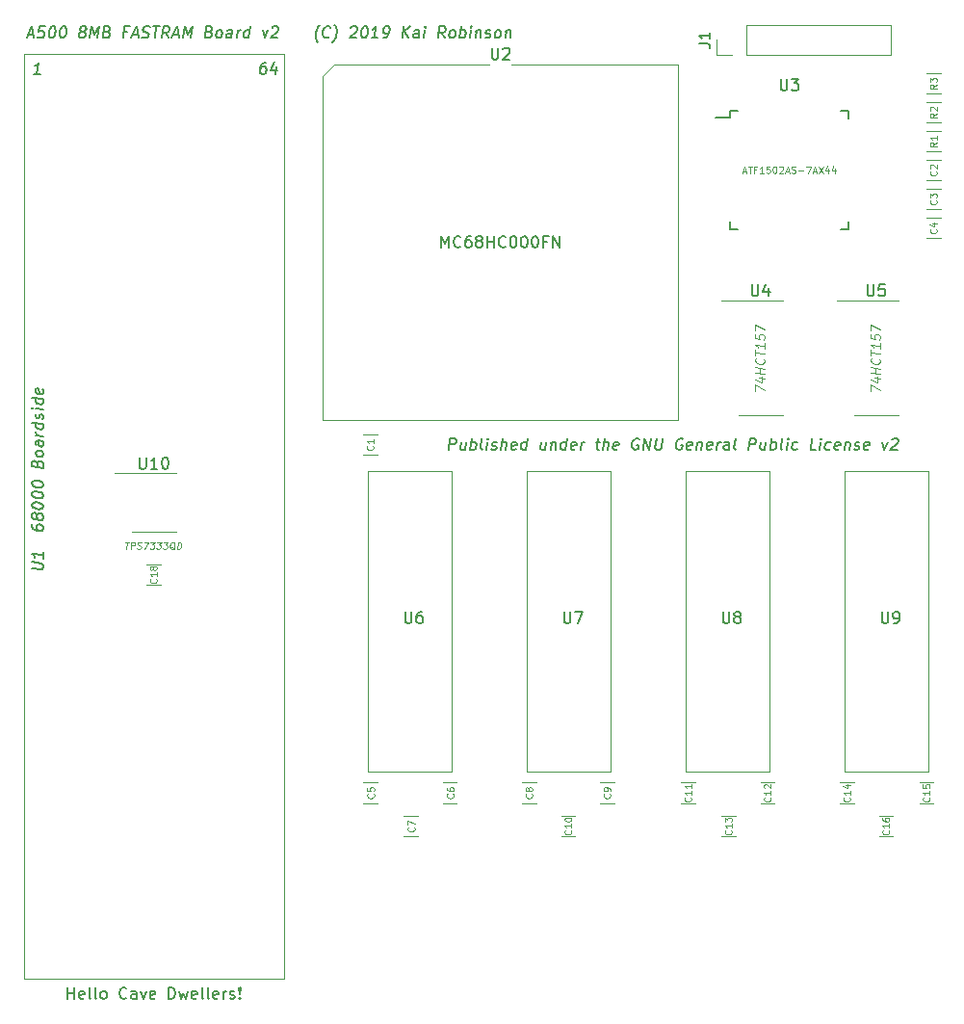
<source format=gto>
G04 #@! TF.GenerationSoftware,KiCad,Pcbnew,(5.1.2-1)-1*
G04 #@! TF.CreationDate,2019-06-03T00:06:23+01:00*
G04 #@! TF.ProjectId,A500 FastRAM,41353030-2046-4617-9374-52414d2e6b69,rev?*
G04 #@! TF.SameCoordinates,Original*
G04 #@! TF.FileFunction,Legend,Top*
G04 #@! TF.FilePolarity,Positive*
%FSLAX46Y46*%
G04 Gerber Fmt 4.6, Leading zero omitted, Abs format (unit mm)*
G04 Created by KiCad (PCBNEW (5.1.2-1)-1) date 2019-06-03 00:06:23*
%MOMM*%
%LPD*%
G04 APERTURE LIST*
%ADD10C,0.150000*%
%ADD11C,0.075000*%
%ADD12C,0.125000*%
%ADD13C,0.120000*%
G04 APERTURE END LIST*
D10*
X158639523Y-51252380D02*
X158639523Y-50252380D01*
X158972857Y-50966666D01*
X159306190Y-50252380D01*
X159306190Y-51252380D01*
X160353809Y-51157142D02*
X160306190Y-51204761D01*
X160163333Y-51252380D01*
X160068095Y-51252380D01*
X159925238Y-51204761D01*
X159830000Y-51109523D01*
X159782380Y-51014285D01*
X159734761Y-50823809D01*
X159734761Y-50680952D01*
X159782380Y-50490476D01*
X159830000Y-50395238D01*
X159925238Y-50300000D01*
X160068095Y-50252380D01*
X160163333Y-50252380D01*
X160306190Y-50300000D01*
X160353809Y-50347619D01*
X161210952Y-50252380D02*
X161020476Y-50252380D01*
X160925238Y-50300000D01*
X160877619Y-50347619D01*
X160782380Y-50490476D01*
X160734761Y-50680952D01*
X160734761Y-51061904D01*
X160782380Y-51157142D01*
X160830000Y-51204761D01*
X160925238Y-51252380D01*
X161115714Y-51252380D01*
X161210952Y-51204761D01*
X161258571Y-51157142D01*
X161306190Y-51061904D01*
X161306190Y-50823809D01*
X161258571Y-50728571D01*
X161210952Y-50680952D01*
X161115714Y-50633333D01*
X160925238Y-50633333D01*
X160830000Y-50680952D01*
X160782380Y-50728571D01*
X160734761Y-50823809D01*
X161877619Y-50680952D02*
X161782380Y-50633333D01*
X161734761Y-50585714D01*
X161687142Y-50490476D01*
X161687142Y-50442857D01*
X161734761Y-50347619D01*
X161782380Y-50300000D01*
X161877619Y-50252380D01*
X162068095Y-50252380D01*
X162163333Y-50300000D01*
X162210952Y-50347619D01*
X162258571Y-50442857D01*
X162258571Y-50490476D01*
X162210952Y-50585714D01*
X162163333Y-50633333D01*
X162068095Y-50680952D01*
X161877619Y-50680952D01*
X161782380Y-50728571D01*
X161734761Y-50776190D01*
X161687142Y-50871428D01*
X161687142Y-51061904D01*
X161734761Y-51157142D01*
X161782380Y-51204761D01*
X161877619Y-51252380D01*
X162068095Y-51252380D01*
X162163333Y-51204761D01*
X162210952Y-51157142D01*
X162258571Y-51061904D01*
X162258571Y-50871428D01*
X162210952Y-50776190D01*
X162163333Y-50728571D01*
X162068095Y-50680952D01*
X162687142Y-51252380D02*
X162687142Y-50252380D01*
X162687142Y-50728571D02*
X163258571Y-50728571D01*
X163258571Y-51252380D02*
X163258571Y-50252380D01*
X164306190Y-51157142D02*
X164258571Y-51204761D01*
X164115714Y-51252380D01*
X164020476Y-51252380D01*
X163877619Y-51204761D01*
X163782380Y-51109523D01*
X163734761Y-51014285D01*
X163687142Y-50823809D01*
X163687142Y-50680952D01*
X163734761Y-50490476D01*
X163782380Y-50395238D01*
X163877619Y-50300000D01*
X164020476Y-50252380D01*
X164115714Y-50252380D01*
X164258571Y-50300000D01*
X164306190Y-50347619D01*
X164925238Y-50252380D02*
X165020476Y-50252380D01*
X165115714Y-50300000D01*
X165163333Y-50347619D01*
X165210952Y-50442857D01*
X165258571Y-50633333D01*
X165258571Y-50871428D01*
X165210952Y-51061904D01*
X165163333Y-51157142D01*
X165115714Y-51204761D01*
X165020476Y-51252380D01*
X164925238Y-51252380D01*
X164830000Y-51204761D01*
X164782380Y-51157142D01*
X164734761Y-51061904D01*
X164687142Y-50871428D01*
X164687142Y-50633333D01*
X164734761Y-50442857D01*
X164782380Y-50347619D01*
X164830000Y-50300000D01*
X164925238Y-50252380D01*
X165877619Y-50252380D02*
X165972857Y-50252380D01*
X166068095Y-50300000D01*
X166115714Y-50347619D01*
X166163333Y-50442857D01*
X166210952Y-50633333D01*
X166210952Y-50871428D01*
X166163333Y-51061904D01*
X166115714Y-51157142D01*
X166068095Y-51204761D01*
X165972857Y-51252380D01*
X165877619Y-51252380D01*
X165782380Y-51204761D01*
X165734761Y-51157142D01*
X165687142Y-51061904D01*
X165639523Y-50871428D01*
X165639523Y-50633333D01*
X165687142Y-50442857D01*
X165734761Y-50347619D01*
X165782380Y-50300000D01*
X165877619Y-50252380D01*
X166830000Y-50252380D02*
X166925238Y-50252380D01*
X167020476Y-50300000D01*
X167068095Y-50347619D01*
X167115714Y-50442857D01*
X167163333Y-50633333D01*
X167163333Y-50871428D01*
X167115714Y-51061904D01*
X167068095Y-51157142D01*
X167020476Y-51204761D01*
X166925238Y-51252380D01*
X166830000Y-51252380D01*
X166734761Y-51204761D01*
X166687142Y-51157142D01*
X166639523Y-51061904D01*
X166591904Y-50871428D01*
X166591904Y-50633333D01*
X166639523Y-50442857D01*
X166687142Y-50347619D01*
X166734761Y-50300000D01*
X166830000Y-50252380D01*
X167925238Y-50728571D02*
X167591904Y-50728571D01*
X167591904Y-51252380D02*
X167591904Y-50252380D01*
X168068095Y-50252380D01*
X168449047Y-51252380D02*
X168449047Y-50252380D01*
X169020476Y-51252380D01*
X169020476Y-50252380D01*
D11*
X185144285Y-44550000D02*
X185430000Y-44550000D01*
X185087142Y-44721428D02*
X185287142Y-44121428D01*
X185487142Y-44721428D01*
X185601428Y-44121428D02*
X185944285Y-44121428D01*
X185772857Y-44721428D02*
X185772857Y-44121428D01*
X186344285Y-44407142D02*
X186144285Y-44407142D01*
X186144285Y-44721428D02*
X186144285Y-44121428D01*
X186430000Y-44121428D01*
X186972857Y-44721428D02*
X186630000Y-44721428D01*
X186801428Y-44721428D02*
X186801428Y-44121428D01*
X186744285Y-44207142D01*
X186687142Y-44264285D01*
X186630000Y-44292857D01*
X187515714Y-44121428D02*
X187230000Y-44121428D01*
X187201428Y-44407142D01*
X187230000Y-44378571D01*
X187287142Y-44350000D01*
X187430000Y-44350000D01*
X187487142Y-44378571D01*
X187515714Y-44407142D01*
X187544285Y-44464285D01*
X187544285Y-44607142D01*
X187515714Y-44664285D01*
X187487142Y-44692857D01*
X187430000Y-44721428D01*
X187287142Y-44721428D01*
X187230000Y-44692857D01*
X187201428Y-44664285D01*
X187915714Y-44121428D02*
X187972857Y-44121428D01*
X188030000Y-44150000D01*
X188058571Y-44178571D01*
X188087142Y-44235714D01*
X188115714Y-44350000D01*
X188115714Y-44492857D01*
X188087142Y-44607142D01*
X188058571Y-44664285D01*
X188030000Y-44692857D01*
X187972857Y-44721428D01*
X187915714Y-44721428D01*
X187858571Y-44692857D01*
X187830000Y-44664285D01*
X187801428Y-44607142D01*
X187772857Y-44492857D01*
X187772857Y-44350000D01*
X187801428Y-44235714D01*
X187830000Y-44178571D01*
X187858571Y-44150000D01*
X187915714Y-44121428D01*
X188344285Y-44178571D02*
X188372857Y-44150000D01*
X188430000Y-44121428D01*
X188572857Y-44121428D01*
X188630000Y-44150000D01*
X188658571Y-44178571D01*
X188687142Y-44235714D01*
X188687142Y-44292857D01*
X188658571Y-44378571D01*
X188315714Y-44721428D01*
X188687142Y-44721428D01*
X188915714Y-44550000D02*
X189201428Y-44550000D01*
X188858571Y-44721428D02*
X189058571Y-44121428D01*
X189258571Y-44721428D01*
X189430000Y-44692857D02*
X189515714Y-44721428D01*
X189658571Y-44721428D01*
X189715714Y-44692857D01*
X189744285Y-44664285D01*
X189772857Y-44607142D01*
X189772857Y-44550000D01*
X189744285Y-44492857D01*
X189715714Y-44464285D01*
X189658571Y-44435714D01*
X189544285Y-44407142D01*
X189487142Y-44378571D01*
X189458571Y-44350000D01*
X189430000Y-44292857D01*
X189430000Y-44235714D01*
X189458571Y-44178571D01*
X189487142Y-44150000D01*
X189544285Y-44121428D01*
X189687142Y-44121428D01*
X189772857Y-44150000D01*
X190030000Y-44492857D02*
X190487142Y-44492857D01*
X190715714Y-44121428D02*
X191115714Y-44121428D01*
X190858571Y-44721428D01*
X191315714Y-44550000D02*
X191601428Y-44550000D01*
X191258571Y-44721428D02*
X191458571Y-44121428D01*
X191658571Y-44721428D01*
X191801428Y-44121428D02*
X192201428Y-44721428D01*
X192201428Y-44121428D02*
X191801428Y-44721428D01*
X192687142Y-44321428D02*
X192687142Y-44721428D01*
X192544285Y-44092857D02*
X192401428Y-44521428D01*
X192772857Y-44521428D01*
X193258571Y-44321428D02*
X193258571Y-44721428D01*
X193115714Y-44092857D02*
X192972857Y-44521428D01*
X193344285Y-44521428D01*
D12*
X196411904Y-63854680D02*
X196411904Y-63321346D01*
X197211904Y-63764203D01*
X196678571Y-62707061D02*
X197211904Y-62773727D01*
X196373809Y-62859441D02*
X196945238Y-63121346D01*
X196945238Y-62626108D01*
X197211904Y-62354680D02*
X196411904Y-62254680D01*
X196792857Y-62302299D02*
X196792857Y-61845156D01*
X197211904Y-61897537D02*
X196411904Y-61797537D01*
X197135714Y-61049918D02*
X197173809Y-61092775D01*
X197211904Y-61211822D01*
X197211904Y-61288013D01*
X197173809Y-61397537D01*
X197097619Y-61464203D01*
X197021428Y-61492775D01*
X196869047Y-61511822D01*
X196754761Y-61497537D01*
X196602380Y-61440394D01*
X196526190Y-61392775D01*
X196450000Y-61307061D01*
X196411904Y-61188013D01*
X196411904Y-61111822D01*
X196450000Y-61002299D01*
X196488095Y-60968965D01*
X196411904Y-60730870D02*
X196411904Y-60273727D01*
X197211904Y-60602299D02*
X196411904Y-60502299D01*
X197211904Y-59688013D02*
X197211904Y-60145156D01*
X197211904Y-59916584D02*
X196411904Y-59816584D01*
X196526190Y-59907061D01*
X196602380Y-59992775D01*
X196640476Y-60073727D01*
X196411904Y-58864203D02*
X196411904Y-59245156D01*
X196792857Y-59330870D01*
X196754761Y-59288013D01*
X196716666Y-59207061D01*
X196716666Y-59016584D01*
X196754761Y-58945156D01*
X196792857Y-58911822D01*
X196869047Y-58883251D01*
X197059523Y-58907061D01*
X197135714Y-58954680D01*
X197173809Y-58997537D01*
X197211904Y-59078489D01*
X197211904Y-59268965D01*
X197173809Y-59340394D01*
X197135714Y-59373727D01*
X196411904Y-58559441D02*
X196411904Y-58026108D01*
X197211904Y-58468965D01*
X186251904Y-63854680D02*
X186251904Y-63321346D01*
X187051904Y-63764203D01*
X186518571Y-62707061D02*
X187051904Y-62773727D01*
X186213809Y-62859441D02*
X186785238Y-63121346D01*
X186785238Y-62626108D01*
X187051904Y-62354680D02*
X186251904Y-62254680D01*
X186632857Y-62302299D02*
X186632857Y-61845156D01*
X187051904Y-61897537D02*
X186251904Y-61797537D01*
X186975714Y-61049918D02*
X187013809Y-61092775D01*
X187051904Y-61211822D01*
X187051904Y-61288013D01*
X187013809Y-61397537D01*
X186937619Y-61464203D01*
X186861428Y-61492775D01*
X186709047Y-61511822D01*
X186594761Y-61497537D01*
X186442380Y-61440394D01*
X186366190Y-61392775D01*
X186290000Y-61307061D01*
X186251904Y-61188013D01*
X186251904Y-61111822D01*
X186290000Y-61002299D01*
X186328095Y-60968965D01*
X186251904Y-60730870D02*
X186251904Y-60273727D01*
X187051904Y-60602299D02*
X186251904Y-60502299D01*
X187051904Y-59688013D02*
X187051904Y-60145156D01*
X187051904Y-59916584D02*
X186251904Y-59816584D01*
X186366190Y-59907061D01*
X186442380Y-59992775D01*
X186480476Y-60073727D01*
X186251904Y-58864203D02*
X186251904Y-59245156D01*
X186632857Y-59330870D01*
X186594761Y-59288013D01*
X186556666Y-59207061D01*
X186556666Y-59016584D01*
X186594761Y-58945156D01*
X186632857Y-58911822D01*
X186709047Y-58883251D01*
X186899523Y-58907061D01*
X186975714Y-58954680D01*
X187013809Y-58997537D01*
X187051904Y-59078489D01*
X187051904Y-59268965D01*
X187013809Y-59340394D01*
X186975714Y-59373727D01*
X186251904Y-58559441D02*
X186251904Y-58026108D01*
X187051904Y-58468965D01*
D11*
X130851941Y-77141428D02*
X131194799Y-77141428D01*
X130948370Y-77741428D02*
X131023370Y-77141428D01*
X131319799Y-77741428D02*
X131394799Y-77141428D01*
X131623370Y-77141428D01*
X131676941Y-77170000D01*
X131701941Y-77198571D01*
X131723370Y-77255714D01*
X131712656Y-77341428D01*
X131676941Y-77398571D01*
X131644799Y-77427142D01*
X131584084Y-77455714D01*
X131355513Y-77455714D01*
X131894799Y-77712857D02*
X131976941Y-77741428D01*
X132119799Y-77741428D01*
X132180513Y-77712857D01*
X132212656Y-77684285D01*
X132248370Y-77627142D01*
X132255513Y-77570000D01*
X132234084Y-77512857D01*
X132209084Y-77484285D01*
X132155513Y-77455714D01*
X132044799Y-77427142D01*
X131991227Y-77398571D01*
X131966227Y-77370000D01*
X131944799Y-77312857D01*
X131951941Y-77255714D01*
X131987656Y-77198571D01*
X132019799Y-77170000D01*
X132080513Y-77141428D01*
X132223370Y-77141428D01*
X132305513Y-77170000D01*
X132509084Y-77141428D02*
X132909084Y-77141428D01*
X132576941Y-77741428D01*
X133080513Y-77141428D02*
X133451941Y-77141428D01*
X133223370Y-77370000D01*
X133309084Y-77370000D01*
X133362656Y-77398571D01*
X133387656Y-77427142D01*
X133409084Y-77484285D01*
X133391227Y-77627142D01*
X133355513Y-77684285D01*
X133323370Y-77712857D01*
X133262656Y-77741428D01*
X133091227Y-77741428D01*
X133037656Y-77712857D01*
X133012656Y-77684285D01*
X133651941Y-77141428D02*
X134023370Y-77141428D01*
X133794799Y-77370000D01*
X133880513Y-77370000D01*
X133934084Y-77398571D01*
X133959084Y-77427142D01*
X133980513Y-77484285D01*
X133962656Y-77627142D01*
X133926941Y-77684285D01*
X133894799Y-77712857D01*
X133834084Y-77741428D01*
X133662656Y-77741428D01*
X133609084Y-77712857D01*
X133584084Y-77684285D01*
X134223370Y-77141428D02*
X134594799Y-77141428D01*
X134366227Y-77370000D01*
X134451941Y-77370000D01*
X134505513Y-77398571D01*
X134530513Y-77427142D01*
X134551941Y-77484285D01*
X134534084Y-77627142D01*
X134498370Y-77684285D01*
X134466227Y-77712857D01*
X134405513Y-77741428D01*
X134234084Y-77741428D01*
X134180513Y-77712857D01*
X134155513Y-77684285D01*
X135169799Y-77798571D02*
X135116227Y-77770000D01*
X135066227Y-77712857D01*
X134991227Y-77627142D01*
X134937656Y-77598571D01*
X134880513Y-77598571D01*
X134891227Y-77741428D02*
X134837656Y-77712857D01*
X134787656Y-77655714D01*
X134773370Y-77541428D01*
X134798370Y-77341428D01*
X134841227Y-77227142D01*
X134905513Y-77170000D01*
X134966227Y-77141428D01*
X135080513Y-77141428D01*
X135134084Y-77170000D01*
X135184084Y-77227142D01*
X135198370Y-77341428D01*
X135173370Y-77541428D01*
X135130513Y-77655714D01*
X135066227Y-77712857D01*
X135005513Y-77741428D01*
X134891227Y-77741428D01*
X135405513Y-77741428D02*
X135480513Y-77141428D01*
X135623370Y-77141428D01*
X135705513Y-77170000D01*
X135755513Y-77227142D01*
X135776941Y-77284285D01*
X135791227Y-77398571D01*
X135780513Y-77484285D01*
X135737656Y-77598571D01*
X135701941Y-77655714D01*
X135637656Y-77712857D01*
X135548370Y-77741428D01*
X135405513Y-77741428D01*
D10*
X125778571Y-117292380D02*
X125778571Y-116292380D01*
X125778571Y-116768571D02*
X126350000Y-116768571D01*
X126350000Y-117292380D02*
X126350000Y-116292380D01*
X127207142Y-117244761D02*
X127111904Y-117292380D01*
X126921428Y-117292380D01*
X126826190Y-117244761D01*
X126778571Y-117149523D01*
X126778571Y-116768571D01*
X126826190Y-116673333D01*
X126921428Y-116625714D01*
X127111904Y-116625714D01*
X127207142Y-116673333D01*
X127254761Y-116768571D01*
X127254761Y-116863809D01*
X126778571Y-116959047D01*
X127826190Y-117292380D02*
X127730952Y-117244761D01*
X127683333Y-117149523D01*
X127683333Y-116292380D01*
X128350000Y-117292380D02*
X128254761Y-117244761D01*
X128207142Y-117149523D01*
X128207142Y-116292380D01*
X128873809Y-117292380D02*
X128778571Y-117244761D01*
X128730952Y-117197142D01*
X128683333Y-117101904D01*
X128683333Y-116816190D01*
X128730952Y-116720952D01*
X128778571Y-116673333D01*
X128873809Y-116625714D01*
X129016666Y-116625714D01*
X129111904Y-116673333D01*
X129159523Y-116720952D01*
X129207142Y-116816190D01*
X129207142Y-117101904D01*
X129159523Y-117197142D01*
X129111904Y-117244761D01*
X129016666Y-117292380D01*
X128873809Y-117292380D01*
X130969047Y-117197142D02*
X130921428Y-117244761D01*
X130778571Y-117292380D01*
X130683333Y-117292380D01*
X130540476Y-117244761D01*
X130445238Y-117149523D01*
X130397619Y-117054285D01*
X130350000Y-116863809D01*
X130350000Y-116720952D01*
X130397619Y-116530476D01*
X130445238Y-116435238D01*
X130540476Y-116340000D01*
X130683333Y-116292380D01*
X130778571Y-116292380D01*
X130921428Y-116340000D01*
X130969047Y-116387619D01*
X131826190Y-117292380D02*
X131826190Y-116768571D01*
X131778571Y-116673333D01*
X131683333Y-116625714D01*
X131492857Y-116625714D01*
X131397619Y-116673333D01*
X131826190Y-117244761D02*
X131730952Y-117292380D01*
X131492857Y-117292380D01*
X131397619Y-117244761D01*
X131350000Y-117149523D01*
X131350000Y-117054285D01*
X131397619Y-116959047D01*
X131492857Y-116911428D01*
X131730952Y-116911428D01*
X131826190Y-116863809D01*
X132207142Y-116625714D02*
X132445238Y-117292380D01*
X132683333Y-116625714D01*
X133445238Y-117244761D02*
X133350000Y-117292380D01*
X133159523Y-117292380D01*
X133064285Y-117244761D01*
X133016666Y-117149523D01*
X133016666Y-116768571D01*
X133064285Y-116673333D01*
X133159523Y-116625714D01*
X133350000Y-116625714D01*
X133445238Y-116673333D01*
X133492857Y-116768571D01*
X133492857Y-116863809D01*
X133016666Y-116959047D01*
X134683333Y-117292380D02*
X134683333Y-116292380D01*
X134921428Y-116292380D01*
X135064285Y-116340000D01*
X135159523Y-116435238D01*
X135207142Y-116530476D01*
X135254761Y-116720952D01*
X135254761Y-116863809D01*
X135207142Y-117054285D01*
X135159523Y-117149523D01*
X135064285Y-117244761D01*
X134921428Y-117292380D01*
X134683333Y-117292380D01*
X135588095Y-116625714D02*
X135778571Y-117292380D01*
X135969047Y-116816190D01*
X136159523Y-117292380D01*
X136350000Y-116625714D01*
X137111904Y-117244761D02*
X137016666Y-117292380D01*
X136826190Y-117292380D01*
X136730952Y-117244761D01*
X136683333Y-117149523D01*
X136683333Y-116768571D01*
X136730952Y-116673333D01*
X136826190Y-116625714D01*
X137016666Y-116625714D01*
X137111904Y-116673333D01*
X137159523Y-116768571D01*
X137159523Y-116863809D01*
X136683333Y-116959047D01*
X137730952Y-117292380D02*
X137635714Y-117244761D01*
X137588095Y-117149523D01*
X137588095Y-116292380D01*
X138254761Y-117292380D02*
X138159523Y-117244761D01*
X138111904Y-117149523D01*
X138111904Y-116292380D01*
X139016666Y-117244761D02*
X138921428Y-117292380D01*
X138730952Y-117292380D01*
X138635714Y-117244761D01*
X138588095Y-117149523D01*
X138588095Y-116768571D01*
X138635714Y-116673333D01*
X138730952Y-116625714D01*
X138921428Y-116625714D01*
X139016666Y-116673333D01*
X139064285Y-116768571D01*
X139064285Y-116863809D01*
X138588095Y-116959047D01*
X139492857Y-117292380D02*
X139492857Y-116625714D01*
X139492857Y-116816190D02*
X139540476Y-116720952D01*
X139588095Y-116673333D01*
X139683333Y-116625714D01*
X139778571Y-116625714D01*
X140064285Y-117244761D02*
X140159523Y-117292380D01*
X140350000Y-117292380D01*
X140445238Y-117244761D01*
X140492857Y-117149523D01*
X140492857Y-117101904D01*
X140445238Y-117006666D01*
X140350000Y-116959047D01*
X140207142Y-116959047D01*
X140111904Y-116911428D01*
X140064285Y-116816190D01*
X140064285Y-116768571D01*
X140111904Y-116673333D01*
X140207142Y-116625714D01*
X140350000Y-116625714D01*
X140445238Y-116673333D01*
X140921428Y-117197142D02*
X140969047Y-117244761D01*
X140921428Y-117292380D01*
X140873809Y-117244761D01*
X140921428Y-117197142D01*
X140921428Y-117292380D01*
X140921428Y-116911428D02*
X140873809Y-116340000D01*
X140921428Y-116292380D01*
X140969047Y-116340000D01*
X140921428Y-116911428D01*
X140921428Y-116292380D01*
X159279538Y-69032380D02*
X159404538Y-68032380D01*
X159785491Y-68032380D01*
X159874776Y-68080000D01*
X159916443Y-68127619D01*
X159952157Y-68222857D01*
X159934300Y-68365714D01*
X159874776Y-68460952D01*
X159821205Y-68508571D01*
X159720014Y-68556190D01*
X159339062Y-68556190D01*
X160791443Y-68365714D02*
X160708110Y-69032380D01*
X160362872Y-68365714D02*
X160297395Y-68889523D01*
X160333110Y-68984761D01*
X160422395Y-69032380D01*
X160565252Y-69032380D01*
X160666443Y-68984761D01*
X160720014Y-68937142D01*
X161184300Y-69032380D02*
X161309300Y-68032380D01*
X161261681Y-68413333D02*
X161362872Y-68365714D01*
X161553348Y-68365714D01*
X161642633Y-68413333D01*
X161684300Y-68460952D01*
X161720014Y-68556190D01*
X161684300Y-68841904D01*
X161624776Y-68937142D01*
X161571205Y-68984761D01*
X161470014Y-69032380D01*
X161279538Y-69032380D01*
X161190252Y-68984761D01*
X162231919Y-69032380D02*
X162142633Y-68984761D01*
X162106919Y-68889523D01*
X162214062Y-68032380D01*
X162612872Y-69032380D02*
X162696205Y-68365714D01*
X162737872Y-68032380D02*
X162684300Y-68080000D01*
X162725967Y-68127619D01*
X162779538Y-68080000D01*
X162737872Y-68032380D01*
X162725967Y-68127619D01*
X163047395Y-68984761D02*
X163136681Y-69032380D01*
X163327157Y-69032380D01*
X163428348Y-68984761D01*
X163487872Y-68889523D01*
X163493824Y-68841904D01*
X163458110Y-68746666D01*
X163368824Y-68699047D01*
X163225967Y-68699047D01*
X163136681Y-68651428D01*
X163100967Y-68556190D01*
X163106919Y-68508571D01*
X163166443Y-68413333D01*
X163267633Y-68365714D01*
X163410491Y-68365714D01*
X163499776Y-68413333D01*
X163898586Y-69032380D02*
X164023586Y-68032380D01*
X164327157Y-69032380D02*
X164392633Y-68508571D01*
X164356919Y-68413333D01*
X164267633Y-68365714D01*
X164124776Y-68365714D01*
X164023586Y-68413333D01*
X163970014Y-68460952D01*
X165190252Y-68984761D02*
X165089062Y-69032380D01*
X164898586Y-69032380D01*
X164809300Y-68984761D01*
X164773586Y-68889523D01*
X164821205Y-68508571D01*
X164880729Y-68413333D01*
X164981919Y-68365714D01*
X165172395Y-68365714D01*
X165261681Y-68413333D01*
X165297395Y-68508571D01*
X165285491Y-68603809D01*
X164797395Y-68699047D01*
X166089062Y-69032380D02*
X166214062Y-68032380D01*
X166095014Y-68984761D02*
X165993824Y-69032380D01*
X165803348Y-69032380D01*
X165714062Y-68984761D01*
X165672395Y-68937142D01*
X165636681Y-68841904D01*
X165672395Y-68556190D01*
X165731919Y-68460952D01*
X165785491Y-68413333D01*
X165886681Y-68365714D01*
X166077157Y-68365714D01*
X166166443Y-68413333D01*
X167839062Y-68365714D02*
X167755729Y-69032380D01*
X167410491Y-68365714D02*
X167345014Y-68889523D01*
X167380729Y-68984761D01*
X167470014Y-69032380D01*
X167612872Y-69032380D01*
X167714062Y-68984761D01*
X167767633Y-68937142D01*
X168315252Y-68365714D02*
X168231919Y-69032380D01*
X168303348Y-68460952D02*
X168356919Y-68413333D01*
X168458110Y-68365714D01*
X168600967Y-68365714D01*
X168690252Y-68413333D01*
X168725967Y-68508571D01*
X168660491Y-69032380D01*
X169565252Y-69032380D02*
X169690252Y-68032380D01*
X169571205Y-68984761D02*
X169470014Y-69032380D01*
X169279538Y-69032380D01*
X169190252Y-68984761D01*
X169148586Y-68937142D01*
X169112872Y-68841904D01*
X169148586Y-68556190D01*
X169208110Y-68460952D01*
X169261681Y-68413333D01*
X169362872Y-68365714D01*
X169553348Y-68365714D01*
X169642633Y-68413333D01*
X170428348Y-68984761D02*
X170327157Y-69032380D01*
X170136681Y-69032380D01*
X170047395Y-68984761D01*
X170011681Y-68889523D01*
X170059300Y-68508571D01*
X170118824Y-68413333D01*
X170220014Y-68365714D01*
X170410491Y-68365714D01*
X170499776Y-68413333D01*
X170535491Y-68508571D01*
X170523586Y-68603809D01*
X170035491Y-68699047D01*
X170898586Y-69032380D02*
X170981919Y-68365714D01*
X170958110Y-68556190D02*
X171017633Y-68460952D01*
X171071205Y-68413333D01*
X171172395Y-68365714D01*
X171267633Y-68365714D01*
X172220014Y-68365714D02*
X172600967Y-68365714D01*
X172404538Y-68032380D02*
X172297395Y-68889523D01*
X172333110Y-68984761D01*
X172422395Y-69032380D01*
X172517633Y-69032380D01*
X172850967Y-69032380D02*
X172975967Y-68032380D01*
X173279538Y-69032380D02*
X173345014Y-68508571D01*
X173309300Y-68413333D01*
X173220014Y-68365714D01*
X173077157Y-68365714D01*
X172975967Y-68413333D01*
X172922395Y-68460952D01*
X174142633Y-68984761D02*
X174041443Y-69032380D01*
X173850967Y-69032380D01*
X173761681Y-68984761D01*
X173725967Y-68889523D01*
X173773586Y-68508571D01*
X173833110Y-68413333D01*
X173934300Y-68365714D01*
X174124776Y-68365714D01*
X174214062Y-68413333D01*
X174249776Y-68508571D01*
X174237872Y-68603809D01*
X173749776Y-68699047D01*
X176017633Y-68080000D02*
X175928348Y-68032380D01*
X175785491Y-68032380D01*
X175636681Y-68080000D01*
X175529538Y-68175238D01*
X175470014Y-68270476D01*
X175398586Y-68460952D01*
X175380729Y-68603809D01*
X175404538Y-68794285D01*
X175440252Y-68889523D01*
X175523586Y-68984761D01*
X175660491Y-69032380D01*
X175755729Y-69032380D01*
X175904538Y-68984761D01*
X175958110Y-68937142D01*
X175999776Y-68603809D01*
X175809300Y-68603809D01*
X176374776Y-69032380D02*
X176499776Y-68032380D01*
X176946205Y-69032380D01*
X177071205Y-68032380D01*
X177547395Y-68032380D02*
X177446205Y-68841904D01*
X177481919Y-68937142D01*
X177523586Y-68984761D01*
X177612872Y-69032380D01*
X177803348Y-69032380D01*
X177904538Y-68984761D01*
X177958110Y-68937142D01*
X178017633Y-68841904D01*
X178118824Y-68032380D01*
X179874776Y-68080000D02*
X179785491Y-68032380D01*
X179642633Y-68032380D01*
X179493824Y-68080000D01*
X179386681Y-68175238D01*
X179327157Y-68270476D01*
X179255729Y-68460952D01*
X179237872Y-68603809D01*
X179261681Y-68794285D01*
X179297395Y-68889523D01*
X179380729Y-68984761D01*
X179517633Y-69032380D01*
X179612872Y-69032380D01*
X179761681Y-68984761D01*
X179815252Y-68937142D01*
X179856919Y-68603809D01*
X179666443Y-68603809D01*
X180618824Y-68984761D02*
X180517633Y-69032380D01*
X180327157Y-69032380D01*
X180237872Y-68984761D01*
X180202157Y-68889523D01*
X180249776Y-68508571D01*
X180309300Y-68413333D01*
X180410491Y-68365714D01*
X180600967Y-68365714D01*
X180690252Y-68413333D01*
X180725967Y-68508571D01*
X180714062Y-68603809D01*
X180225967Y-68699047D01*
X181172395Y-68365714D02*
X181089062Y-69032380D01*
X181160491Y-68460952D02*
X181214062Y-68413333D01*
X181315252Y-68365714D01*
X181458110Y-68365714D01*
X181547395Y-68413333D01*
X181583110Y-68508571D01*
X181517633Y-69032380D01*
X182380729Y-68984761D02*
X182279538Y-69032380D01*
X182089062Y-69032380D01*
X181999776Y-68984761D01*
X181964062Y-68889523D01*
X182011681Y-68508571D01*
X182071205Y-68413333D01*
X182172395Y-68365714D01*
X182362872Y-68365714D01*
X182452157Y-68413333D01*
X182487872Y-68508571D01*
X182475967Y-68603809D01*
X181987872Y-68699047D01*
X182850967Y-69032380D02*
X182934300Y-68365714D01*
X182910491Y-68556190D02*
X182970014Y-68460952D01*
X183023586Y-68413333D01*
X183124776Y-68365714D01*
X183220014Y-68365714D01*
X183898586Y-69032380D02*
X183964062Y-68508571D01*
X183928348Y-68413333D01*
X183839062Y-68365714D01*
X183648586Y-68365714D01*
X183547395Y-68413333D01*
X183904538Y-68984761D02*
X183803348Y-69032380D01*
X183565252Y-69032380D01*
X183475967Y-68984761D01*
X183440252Y-68889523D01*
X183452157Y-68794285D01*
X183511681Y-68699047D01*
X183612872Y-68651428D01*
X183850967Y-68651428D01*
X183952157Y-68603809D01*
X184517633Y-69032380D02*
X184428348Y-68984761D01*
X184392633Y-68889523D01*
X184499776Y-68032380D01*
X185660491Y-69032380D02*
X185785491Y-68032380D01*
X186166443Y-68032380D01*
X186255729Y-68080000D01*
X186297395Y-68127619D01*
X186333110Y-68222857D01*
X186315252Y-68365714D01*
X186255729Y-68460952D01*
X186202157Y-68508571D01*
X186100967Y-68556190D01*
X185720014Y-68556190D01*
X187172395Y-68365714D02*
X187089062Y-69032380D01*
X186743824Y-68365714D02*
X186678348Y-68889523D01*
X186714062Y-68984761D01*
X186803348Y-69032380D01*
X186946205Y-69032380D01*
X187047395Y-68984761D01*
X187100967Y-68937142D01*
X187565252Y-69032380D02*
X187690252Y-68032380D01*
X187642633Y-68413333D02*
X187743824Y-68365714D01*
X187934300Y-68365714D01*
X188023586Y-68413333D01*
X188065252Y-68460952D01*
X188100967Y-68556190D01*
X188065252Y-68841904D01*
X188005729Y-68937142D01*
X187952157Y-68984761D01*
X187850967Y-69032380D01*
X187660491Y-69032380D01*
X187571205Y-68984761D01*
X188612872Y-69032380D02*
X188523586Y-68984761D01*
X188487872Y-68889523D01*
X188595014Y-68032380D01*
X188993824Y-69032380D02*
X189077157Y-68365714D01*
X189118824Y-68032380D02*
X189065252Y-68080000D01*
X189106919Y-68127619D01*
X189160491Y-68080000D01*
X189118824Y-68032380D01*
X189106919Y-68127619D01*
X189904538Y-68984761D02*
X189803348Y-69032380D01*
X189612872Y-69032380D01*
X189523586Y-68984761D01*
X189481919Y-68937142D01*
X189446205Y-68841904D01*
X189481919Y-68556190D01*
X189541443Y-68460952D01*
X189595014Y-68413333D01*
X189696205Y-68365714D01*
X189886681Y-68365714D01*
X189975967Y-68413333D01*
X191565252Y-69032380D02*
X191089062Y-69032380D01*
X191214062Y-68032380D01*
X191898586Y-69032380D02*
X191981919Y-68365714D01*
X192023586Y-68032380D02*
X191970014Y-68080000D01*
X192011681Y-68127619D01*
X192065252Y-68080000D01*
X192023586Y-68032380D01*
X192011681Y-68127619D01*
X192809300Y-68984761D02*
X192708110Y-69032380D01*
X192517633Y-69032380D01*
X192428348Y-68984761D01*
X192386681Y-68937142D01*
X192350967Y-68841904D01*
X192386681Y-68556190D01*
X192446205Y-68460952D01*
X192499776Y-68413333D01*
X192600967Y-68365714D01*
X192791443Y-68365714D01*
X192880729Y-68413333D01*
X193618824Y-68984761D02*
X193517633Y-69032380D01*
X193327157Y-69032380D01*
X193237872Y-68984761D01*
X193202157Y-68889523D01*
X193249776Y-68508571D01*
X193309300Y-68413333D01*
X193410491Y-68365714D01*
X193600967Y-68365714D01*
X193690252Y-68413333D01*
X193725967Y-68508571D01*
X193714062Y-68603809D01*
X193225967Y-68699047D01*
X194172395Y-68365714D02*
X194089062Y-69032380D01*
X194160491Y-68460952D02*
X194214062Y-68413333D01*
X194315252Y-68365714D01*
X194458110Y-68365714D01*
X194547395Y-68413333D01*
X194583110Y-68508571D01*
X194517633Y-69032380D01*
X194952157Y-68984761D02*
X195041443Y-69032380D01*
X195231919Y-69032380D01*
X195333110Y-68984761D01*
X195392633Y-68889523D01*
X195398586Y-68841904D01*
X195362872Y-68746666D01*
X195273586Y-68699047D01*
X195130729Y-68699047D01*
X195041443Y-68651428D01*
X195005729Y-68556190D01*
X195011681Y-68508571D01*
X195071205Y-68413333D01*
X195172395Y-68365714D01*
X195315252Y-68365714D01*
X195404538Y-68413333D01*
X196190252Y-68984761D02*
X196089062Y-69032380D01*
X195898586Y-69032380D01*
X195809300Y-68984761D01*
X195773586Y-68889523D01*
X195821205Y-68508571D01*
X195880729Y-68413333D01*
X195981919Y-68365714D01*
X196172395Y-68365714D01*
X196261681Y-68413333D01*
X196297395Y-68508571D01*
X196285491Y-68603809D01*
X195797395Y-68699047D01*
X197410491Y-68365714D02*
X197565252Y-69032380D01*
X197886681Y-68365714D01*
X198249776Y-68127619D02*
X198303348Y-68080000D01*
X198404538Y-68032380D01*
X198642633Y-68032380D01*
X198731919Y-68080000D01*
X198773586Y-68127619D01*
X198809300Y-68222857D01*
X198797395Y-68318095D01*
X198731919Y-68460952D01*
X198089062Y-69032380D01*
X198708110Y-69032380D01*
X147776681Y-33218333D02*
X147735014Y-33170714D01*
X147657633Y-33027857D01*
X147621919Y-32932619D01*
X147592157Y-32789761D01*
X147574300Y-32551666D01*
X147598110Y-32361190D01*
X147675491Y-32123095D01*
X147740967Y-31980238D01*
X147800491Y-31885000D01*
X147913586Y-31742142D01*
X147967157Y-31694523D01*
X148788586Y-32742142D02*
X148735014Y-32789761D01*
X148586205Y-32837380D01*
X148490967Y-32837380D01*
X148354062Y-32789761D01*
X148270729Y-32694523D01*
X148235014Y-32599285D01*
X148211205Y-32408809D01*
X148229062Y-32265952D01*
X148300491Y-32075476D01*
X148360014Y-31980238D01*
X148467157Y-31885000D01*
X148615967Y-31837380D01*
X148711205Y-31837380D01*
X148848110Y-31885000D01*
X148889776Y-31932619D01*
X149062395Y-33218333D02*
X149115967Y-33170714D01*
X149229062Y-33027857D01*
X149288586Y-32932619D01*
X149354062Y-32789761D01*
X149431443Y-32551666D01*
X149455252Y-32361190D01*
X149437395Y-32123095D01*
X149407633Y-31980238D01*
X149371919Y-31885000D01*
X149294538Y-31742142D01*
X149252872Y-31694523D01*
X150699300Y-31932619D02*
X150752872Y-31885000D01*
X150854062Y-31837380D01*
X151092157Y-31837380D01*
X151181443Y-31885000D01*
X151223110Y-31932619D01*
X151258824Y-32027857D01*
X151246919Y-32123095D01*
X151181443Y-32265952D01*
X150538586Y-32837380D01*
X151157633Y-32837380D01*
X151901681Y-31837380D02*
X151996919Y-31837380D01*
X152086205Y-31885000D01*
X152127872Y-31932619D01*
X152163586Y-32027857D01*
X152187395Y-32218333D01*
X152157633Y-32456428D01*
X152086205Y-32646904D01*
X152026681Y-32742142D01*
X151973110Y-32789761D01*
X151871919Y-32837380D01*
X151776681Y-32837380D01*
X151687395Y-32789761D01*
X151645729Y-32742142D01*
X151610014Y-32646904D01*
X151586205Y-32456428D01*
X151615967Y-32218333D01*
X151687395Y-32027857D01*
X151746919Y-31932619D01*
X151800491Y-31885000D01*
X151901681Y-31837380D01*
X153062395Y-32837380D02*
X152490967Y-32837380D01*
X152776681Y-32837380D02*
X152901681Y-31837380D01*
X152788586Y-31980238D01*
X152681443Y-32075476D01*
X152580252Y-32123095D01*
X153538586Y-32837380D02*
X153729062Y-32837380D01*
X153830252Y-32789761D01*
X153883824Y-32742142D01*
X153996919Y-32599285D01*
X154068348Y-32408809D01*
X154115967Y-32027857D01*
X154080252Y-31932619D01*
X154038586Y-31885000D01*
X153949300Y-31837380D01*
X153758824Y-31837380D01*
X153657633Y-31885000D01*
X153604062Y-31932619D01*
X153544538Y-32027857D01*
X153514776Y-32265952D01*
X153550491Y-32361190D01*
X153592157Y-32408809D01*
X153681443Y-32456428D01*
X153871919Y-32456428D01*
X153973110Y-32408809D01*
X154026681Y-32361190D01*
X154086205Y-32265952D01*
X155205252Y-32837380D02*
X155330252Y-31837380D01*
X155776681Y-32837380D02*
X155419538Y-32265952D01*
X155901681Y-31837380D02*
X155258824Y-32408809D01*
X156633824Y-32837380D02*
X156699300Y-32313571D01*
X156663586Y-32218333D01*
X156574300Y-32170714D01*
X156383824Y-32170714D01*
X156282633Y-32218333D01*
X156639776Y-32789761D02*
X156538586Y-32837380D01*
X156300491Y-32837380D01*
X156211205Y-32789761D01*
X156175491Y-32694523D01*
X156187395Y-32599285D01*
X156246919Y-32504047D01*
X156348110Y-32456428D01*
X156586205Y-32456428D01*
X156687395Y-32408809D01*
X157110014Y-32837380D02*
X157193348Y-32170714D01*
X157235014Y-31837380D02*
X157181443Y-31885000D01*
X157223110Y-31932619D01*
X157276681Y-31885000D01*
X157235014Y-31837380D01*
X157223110Y-31932619D01*
X158919538Y-32837380D02*
X158645729Y-32361190D01*
X158348110Y-32837380D02*
X158473110Y-31837380D01*
X158854062Y-31837380D01*
X158943348Y-31885000D01*
X158985014Y-31932619D01*
X159020729Y-32027857D01*
X159002872Y-32170714D01*
X158943348Y-32265952D01*
X158889776Y-32313571D01*
X158788586Y-32361190D01*
X158407633Y-32361190D01*
X159490967Y-32837380D02*
X159401681Y-32789761D01*
X159360014Y-32742142D01*
X159324300Y-32646904D01*
X159360014Y-32361190D01*
X159419538Y-32265952D01*
X159473110Y-32218333D01*
X159574300Y-32170714D01*
X159717157Y-32170714D01*
X159806443Y-32218333D01*
X159848110Y-32265952D01*
X159883824Y-32361190D01*
X159848110Y-32646904D01*
X159788586Y-32742142D01*
X159735014Y-32789761D01*
X159633824Y-32837380D01*
X159490967Y-32837380D01*
X160252872Y-32837380D02*
X160377872Y-31837380D01*
X160330252Y-32218333D02*
X160431443Y-32170714D01*
X160621919Y-32170714D01*
X160711205Y-32218333D01*
X160752872Y-32265952D01*
X160788586Y-32361190D01*
X160752872Y-32646904D01*
X160693348Y-32742142D01*
X160639776Y-32789761D01*
X160538586Y-32837380D01*
X160348110Y-32837380D01*
X160258824Y-32789761D01*
X161157633Y-32837380D02*
X161240967Y-32170714D01*
X161282633Y-31837380D02*
X161229062Y-31885000D01*
X161270729Y-31932619D01*
X161324300Y-31885000D01*
X161282633Y-31837380D01*
X161270729Y-31932619D01*
X161717157Y-32170714D02*
X161633824Y-32837380D01*
X161705252Y-32265952D02*
X161758824Y-32218333D01*
X161860014Y-32170714D01*
X162002872Y-32170714D01*
X162092157Y-32218333D01*
X162127872Y-32313571D01*
X162062395Y-32837380D01*
X162496919Y-32789761D02*
X162586205Y-32837380D01*
X162776681Y-32837380D01*
X162877872Y-32789761D01*
X162937395Y-32694523D01*
X162943348Y-32646904D01*
X162907633Y-32551666D01*
X162818348Y-32504047D01*
X162675491Y-32504047D01*
X162586205Y-32456428D01*
X162550491Y-32361190D01*
X162556443Y-32313571D01*
X162615967Y-32218333D01*
X162717157Y-32170714D01*
X162860014Y-32170714D01*
X162949300Y-32218333D01*
X163490967Y-32837380D02*
X163401681Y-32789761D01*
X163360014Y-32742142D01*
X163324300Y-32646904D01*
X163360014Y-32361190D01*
X163419538Y-32265952D01*
X163473110Y-32218333D01*
X163574300Y-32170714D01*
X163717157Y-32170714D01*
X163806443Y-32218333D01*
X163848110Y-32265952D01*
X163883824Y-32361190D01*
X163848110Y-32646904D01*
X163788586Y-32742142D01*
X163735014Y-32789761D01*
X163633824Y-32837380D01*
X163490967Y-32837380D01*
X164336205Y-32170714D02*
X164252872Y-32837380D01*
X164324300Y-32265952D02*
X164377872Y-32218333D01*
X164479062Y-32170714D01*
X164621919Y-32170714D01*
X164711205Y-32218333D01*
X164746919Y-32313571D01*
X164681443Y-32837380D01*
X122309538Y-32551666D02*
X122785729Y-32551666D01*
X122178586Y-32837380D02*
X122636919Y-31837380D01*
X122845252Y-32837380D01*
X123779776Y-31837380D02*
X123303586Y-31837380D01*
X123196443Y-32313571D01*
X123250014Y-32265952D01*
X123351205Y-32218333D01*
X123589300Y-32218333D01*
X123678586Y-32265952D01*
X123720252Y-32313571D01*
X123755967Y-32408809D01*
X123726205Y-32646904D01*
X123666681Y-32742142D01*
X123613110Y-32789761D01*
X123511919Y-32837380D01*
X123273824Y-32837380D01*
X123184538Y-32789761D01*
X123142872Y-32742142D01*
X124446443Y-31837380D02*
X124541681Y-31837380D01*
X124630967Y-31885000D01*
X124672633Y-31932619D01*
X124708348Y-32027857D01*
X124732157Y-32218333D01*
X124702395Y-32456428D01*
X124630967Y-32646904D01*
X124571443Y-32742142D01*
X124517872Y-32789761D01*
X124416681Y-32837380D01*
X124321443Y-32837380D01*
X124232157Y-32789761D01*
X124190491Y-32742142D01*
X124154776Y-32646904D01*
X124130967Y-32456428D01*
X124160729Y-32218333D01*
X124232157Y-32027857D01*
X124291681Y-31932619D01*
X124345252Y-31885000D01*
X124446443Y-31837380D01*
X125398824Y-31837380D02*
X125494062Y-31837380D01*
X125583348Y-31885000D01*
X125625014Y-31932619D01*
X125660729Y-32027857D01*
X125684538Y-32218333D01*
X125654776Y-32456428D01*
X125583348Y-32646904D01*
X125523824Y-32742142D01*
X125470252Y-32789761D01*
X125369062Y-32837380D01*
X125273824Y-32837380D01*
X125184538Y-32789761D01*
X125142872Y-32742142D01*
X125107157Y-32646904D01*
X125083348Y-32456428D01*
X125113110Y-32218333D01*
X125184538Y-32027857D01*
X125244062Y-31932619D01*
X125297633Y-31885000D01*
X125398824Y-31837380D01*
X127011919Y-32265952D02*
X126922633Y-32218333D01*
X126880967Y-32170714D01*
X126845252Y-32075476D01*
X126851205Y-32027857D01*
X126910729Y-31932619D01*
X126964300Y-31885000D01*
X127065491Y-31837380D01*
X127255967Y-31837380D01*
X127345252Y-31885000D01*
X127386919Y-31932619D01*
X127422633Y-32027857D01*
X127416681Y-32075476D01*
X127357157Y-32170714D01*
X127303586Y-32218333D01*
X127202395Y-32265952D01*
X127011919Y-32265952D01*
X126910729Y-32313571D01*
X126857157Y-32361190D01*
X126797633Y-32456428D01*
X126773824Y-32646904D01*
X126809538Y-32742142D01*
X126851205Y-32789761D01*
X126940491Y-32837380D01*
X127130967Y-32837380D01*
X127232157Y-32789761D01*
X127285729Y-32742142D01*
X127345252Y-32646904D01*
X127369062Y-32456428D01*
X127333348Y-32361190D01*
X127291681Y-32313571D01*
X127202395Y-32265952D01*
X127750014Y-32837380D02*
X127875014Y-31837380D01*
X128119062Y-32551666D01*
X128541681Y-31837380D01*
X128416681Y-32837380D01*
X129291681Y-32313571D02*
X129428586Y-32361190D01*
X129470252Y-32408809D01*
X129505967Y-32504047D01*
X129488110Y-32646904D01*
X129428586Y-32742142D01*
X129375014Y-32789761D01*
X129273824Y-32837380D01*
X128892872Y-32837380D01*
X129017872Y-31837380D01*
X129351205Y-31837380D01*
X129440491Y-31885000D01*
X129482157Y-31932619D01*
X129517872Y-32027857D01*
X129505967Y-32123095D01*
X129446443Y-32218333D01*
X129392872Y-32265952D01*
X129291681Y-32313571D01*
X128958348Y-32313571D01*
X131053586Y-32313571D02*
X130720252Y-32313571D01*
X130654776Y-32837380D02*
X130779776Y-31837380D01*
X131255967Y-31837380D01*
X131500014Y-32551666D02*
X131976205Y-32551666D01*
X131369062Y-32837380D02*
X131827395Y-31837380D01*
X132035729Y-32837380D01*
X132327395Y-32789761D02*
X132464300Y-32837380D01*
X132702395Y-32837380D01*
X132803586Y-32789761D01*
X132857157Y-32742142D01*
X132916681Y-32646904D01*
X132928586Y-32551666D01*
X132892872Y-32456428D01*
X132851205Y-32408809D01*
X132761919Y-32361190D01*
X132577395Y-32313571D01*
X132488110Y-32265952D01*
X132446443Y-32218333D01*
X132410729Y-32123095D01*
X132422633Y-32027857D01*
X132482157Y-31932619D01*
X132535729Y-31885000D01*
X132636919Y-31837380D01*
X132875014Y-31837380D01*
X133011919Y-31885000D01*
X133303586Y-31837380D02*
X133875014Y-31837380D01*
X133464300Y-32837380D02*
X133589300Y-31837380D01*
X134654776Y-32837380D02*
X134380967Y-32361190D01*
X134083348Y-32837380D02*
X134208348Y-31837380D01*
X134589300Y-31837380D01*
X134678586Y-31885000D01*
X134720252Y-31932619D01*
X134755967Y-32027857D01*
X134738110Y-32170714D01*
X134678586Y-32265952D01*
X134625014Y-32313571D01*
X134523824Y-32361190D01*
X134142872Y-32361190D01*
X135071443Y-32551666D02*
X135547633Y-32551666D01*
X134940491Y-32837380D02*
X135398824Y-31837380D01*
X135607157Y-32837380D01*
X135940491Y-32837380D02*
X136065491Y-31837380D01*
X136309538Y-32551666D01*
X136732157Y-31837380D01*
X136607157Y-32837380D01*
X138244062Y-32313571D02*
X138380967Y-32361190D01*
X138422633Y-32408809D01*
X138458348Y-32504047D01*
X138440491Y-32646904D01*
X138380967Y-32742142D01*
X138327395Y-32789761D01*
X138226205Y-32837380D01*
X137845252Y-32837380D01*
X137970252Y-31837380D01*
X138303586Y-31837380D01*
X138392872Y-31885000D01*
X138434538Y-31932619D01*
X138470252Y-32027857D01*
X138458348Y-32123095D01*
X138398824Y-32218333D01*
X138345252Y-32265952D01*
X138244062Y-32313571D01*
X137910729Y-32313571D01*
X138988110Y-32837380D02*
X138898824Y-32789761D01*
X138857157Y-32742142D01*
X138821443Y-32646904D01*
X138857157Y-32361190D01*
X138916681Y-32265952D01*
X138970252Y-32218333D01*
X139071443Y-32170714D01*
X139214300Y-32170714D01*
X139303586Y-32218333D01*
X139345252Y-32265952D01*
X139380967Y-32361190D01*
X139345252Y-32646904D01*
X139285729Y-32742142D01*
X139232157Y-32789761D01*
X139130967Y-32837380D01*
X138988110Y-32837380D01*
X140178586Y-32837380D02*
X140244062Y-32313571D01*
X140208348Y-32218333D01*
X140119062Y-32170714D01*
X139928586Y-32170714D01*
X139827395Y-32218333D01*
X140184538Y-32789761D02*
X140083348Y-32837380D01*
X139845252Y-32837380D01*
X139755967Y-32789761D01*
X139720252Y-32694523D01*
X139732157Y-32599285D01*
X139791681Y-32504047D01*
X139892872Y-32456428D01*
X140130967Y-32456428D01*
X140232157Y-32408809D01*
X140654776Y-32837380D02*
X140738110Y-32170714D01*
X140714300Y-32361190D02*
X140773824Y-32265952D01*
X140827395Y-32218333D01*
X140928586Y-32170714D01*
X141023824Y-32170714D01*
X141702395Y-32837380D02*
X141827395Y-31837380D01*
X141708348Y-32789761D02*
X141607157Y-32837380D01*
X141416681Y-32837380D01*
X141327395Y-32789761D01*
X141285729Y-32742142D01*
X141250014Y-32646904D01*
X141285729Y-32361190D01*
X141345252Y-32265952D01*
X141398824Y-32218333D01*
X141500014Y-32170714D01*
X141690491Y-32170714D01*
X141779776Y-32218333D01*
X142928586Y-32170714D02*
X143083348Y-32837380D01*
X143404776Y-32170714D01*
X143767872Y-31932619D02*
X143821443Y-31885000D01*
X143922633Y-31837380D01*
X144160729Y-31837380D01*
X144250014Y-31885000D01*
X144291681Y-31932619D01*
X144327395Y-32027857D01*
X144315491Y-32123095D01*
X144250014Y-32265952D01*
X143607157Y-32837380D01*
X144226205Y-32837380D01*
D13*
X152146000Y-97298000D02*
X152146000Y-70882000D01*
X159512000Y-97298000D02*
X152146000Y-97298000D01*
X159512000Y-70882000D02*
X159512000Y-97298000D01*
X152146000Y-70882000D02*
X159512000Y-70882000D01*
X166116000Y-70882000D02*
X173482000Y-70882000D01*
X173482000Y-70882000D02*
X173482000Y-97298000D01*
X173482000Y-97298000D02*
X166116000Y-97298000D01*
X166116000Y-97298000D02*
X166116000Y-70882000D01*
X180086000Y-97298000D02*
X180086000Y-70882000D01*
X187452000Y-97298000D02*
X180086000Y-97298000D01*
X187452000Y-70882000D02*
X187452000Y-97298000D01*
X180086000Y-70882000D02*
X187452000Y-70882000D01*
X194056000Y-97298000D02*
X194056000Y-70882000D01*
X201422000Y-97298000D02*
X194056000Y-97298000D01*
X201422000Y-70882000D02*
X201422000Y-97298000D01*
X194056000Y-70882000D02*
X201422000Y-70882000D01*
X121920000Y-34290000D02*
X144780000Y-34290000D01*
X144780000Y-34290000D02*
X144780000Y-115570000D01*
X144780000Y-115570000D02*
X121920000Y-115570000D01*
X121920000Y-115570000D02*
X121920000Y-34290000D01*
X162830000Y-35175000D02*
X149205000Y-35175000D01*
X149205000Y-35175000D02*
X148205000Y-36175000D01*
X148205000Y-36175000D02*
X148205000Y-66425000D01*
X148205000Y-66425000D02*
X179455000Y-66425000D01*
X179455000Y-66425000D02*
X179455000Y-35175000D01*
X179455000Y-35175000D02*
X164830000Y-35175000D01*
X153002064Y-67670000D02*
X151797936Y-67670000D01*
X153002064Y-69490000D02*
X151797936Y-69490000D01*
X201327936Y-45360000D02*
X202532064Y-45360000D01*
X201327936Y-43540000D02*
X202532064Y-43540000D01*
X202532064Y-46080000D02*
X201327936Y-46080000D01*
X202532064Y-47900000D02*
X201327936Y-47900000D01*
X201327936Y-48620000D02*
X202532064Y-48620000D01*
X201327936Y-50440000D02*
X202532064Y-50440000D01*
X151797936Y-98277000D02*
X153002064Y-98277000D01*
X151797936Y-100097000D02*
X153002064Y-100097000D01*
X158782936Y-100097000D02*
X159987064Y-100097000D01*
X158782936Y-98277000D02*
X159987064Y-98277000D01*
X155353936Y-101198000D02*
X156558064Y-101198000D01*
X155353936Y-103018000D02*
X156558064Y-103018000D01*
X165767936Y-98277000D02*
X166972064Y-98277000D01*
X165767936Y-100097000D02*
X166972064Y-100097000D01*
X172625936Y-100097000D02*
X173830064Y-100097000D01*
X172625936Y-98277000D02*
X173830064Y-98277000D01*
X169196936Y-101198000D02*
X170401064Y-101198000D01*
X169196936Y-103018000D02*
X170401064Y-103018000D01*
X179737936Y-100097000D02*
X180942064Y-100097000D01*
X179737936Y-98277000D02*
X180942064Y-98277000D01*
X186722936Y-98277000D02*
X187927064Y-98277000D01*
X186722936Y-100097000D02*
X187927064Y-100097000D01*
X183293936Y-103018000D02*
X184498064Y-103018000D01*
X183293936Y-101198000D02*
X184498064Y-101198000D01*
X193707936Y-98277000D02*
X194912064Y-98277000D01*
X193707936Y-100097000D02*
X194912064Y-100097000D01*
X200692936Y-100097000D02*
X201897064Y-100097000D01*
X200692936Y-98277000D02*
X201897064Y-98277000D01*
X197136936Y-101198000D02*
X198341064Y-101198000D01*
X197136936Y-103018000D02*
X198341064Y-103018000D01*
X133952064Y-80920000D02*
X132747936Y-80920000D01*
X133952064Y-79100000D02*
X132747936Y-79100000D01*
X202532064Y-42820000D02*
X201327936Y-42820000D01*
X202532064Y-41000000D02*
X201327936Y-41000000D01*
X202532064Y-38460000D02*
X201327936Y-38460000D01*
X202532064Y-40280000D02*
X201327936Y-40280000D01*
X202532064Y-37740000D02*
X201327936Y-37740000D01*
X202532064Y-35920000D02*
X201327936Y-35920000D01*
X133350000Y-76220000D02*
X135300000Y-76220000D01*
X133350000Y-76220000D02*
X131400000Y-76220000D01*
X133350000Y-71100000D02*
X135300000Y-71100000D01*
X133350000Y-71100000D02*
X129900000Y-71100000D01*
X186690000Y-66020000D02*
X188640000Y-66020000D01*
X186690000Y-66020000D02*
X184740000Y-66020000D01*
X186690000Y-55900000D02*
X188640000Y-55900000D01*
X186690000Y-55900000D02*
X183240000Y-55900000D01*
X196850000Y-55900000D02*
X193400000Y-55900000D01*
X196850000Y-55900000D02*
X198800000Y-55900000D01*
X196850000Y-66020000D02*
X194900000Y-66020000D01*
X196850000Y-66020000D02*
X198800000Y-66020000D01*
D10*
X184055000Y-39275000D02*
X184055000Y-39850000D01*
X194405000Y-39275000D02*
X194405000Y-39950000D01*
X194405000Y-49625000D02*
X194405000Y-48950000D01*
X184055000Y-49625000D02*
X184055000Y-48950000D01*
X184055000Y-39275000D02*
X184730000Y-39275000D01*
X184055000Y-49625000D02*
X184730000Y-49625000D01*
X194405000Y-49625000D02*
X193730000Y-49625000D01*
X194405000Y-39275000D02*
X193730000Y-39275000D01*
X184055000Y-39850000D02*
X182780000Y-39850000D01*
D13*
X198180000Y-34350000D02*
X198180000Y-31690000D01*
X185420000Y-34350000D02*
X198180000Y-34350000D01*
X185420000Y-31690000D02*
X198180000Y-31690000D01*
X185420000Y-34350000D02*
X185420000Y-31690000D01*
X184150000Y-34350000D02*
X182820000Y-34350000D01*
X182820000Y-34350000D02*
X182820000Y-33020000D01*
D10*
X155448095Y-83272380D02*
X155448095Y-84081904D01*
X155495714Y-84177142D01*
X155543333Y-84224761D01*
X155638571Y-84272380D01*
X155829047Y-84272380D01*
X155924285Y-84224761D01*
X155971904Y-84177142D01*
X156019523Y-84081904D01*
X156019523Y-83272380D01*
X156924285Y-83272380D02*
X156733809Y-83272380D01*
X156638571Y-83320000D01*
X156590952Y-83367619D01*
X156495714Y-83510476D01*
X156448095Y-83700952D01*
X156448095Y-84081904D01*
X156495714Y-84177142D01*
X156543333Y-84224761D01*
X156638571Y-84272380D01*
X156829047Y-84272380D01*
X156924285Y-84224761D01*
X156971904Y-84177142D01*
X157019523Y-84081904D01*
X157019523Y-83843809D01*
X156971904Y-83748571D01*
X156924285Y-83700952D01*
X156829047Y-83653333D01*
X156638571Y-83653333D01*
X156543333Y-83700952D01*
X156495714Y-83748571D01*
X156448095Y-83843809D01*
X169418095Y-83272380D02*
X169418095Y-84081904D01*
X169465714Y-84177142D01*
X169513333Y-84224761D01*
X169608571Y-84272380D01*
X169799047Y-84272380D01*
X169894285Y-84224761D01*
X169941904Y-84177142D01*
X169989523Y-84081904D01*
X169989523Y-83272380D01*
X170370476Y-83272380D02*
X171037142Y-83272380D01*
X170608571Y-84272380D01*
X183388095Y-83272380D02*
X183388095Y-84081904D01*
X183435714Y-84177142D01*
X183483333Y-84224761D01*
X183578571Y-84272380D01*
X183769047Y-84272380D01*
X183864285Y-84224761D01*
X183911904Y-84177142D01*
X183959523Y-84081904D01*
X183959523Y-83272380D01*
X184578571Y-83700952D02*
X184483333Y-83653333D01*
X184435714Y-83605714D01*
X184388095Y-83510476D01*
X184388095Y-83462857D01*
X184435714Y-83367619D01*
X184483333Y-83320000D01*
X184578571Y-83272380D01*
X184769047Y-83272380D01*
X184864285Y-83320000D01*
X184911904Y-83367619D01*
X184959523Y-83462857D01*
X184959523Y-83510476D01*
X184911904Y-83605714D01*
X184864285Y-83653333D01*
X184769047Y-83700952D01*
X184578571Y-83700952D01*
X184483333Y-83748571D01*
X184435714Y-83796190D01*
X184388095Y-83891428D01*
X184388095Y-84081904D01*
X184435714Y-84177142D01*
X184483333Y-84224761D01*
X184578571Y-84272380D01*
X184769047Y-84272380D01*
X184864285Y-84224761D01*
X184911904Y-84177142D01*
X184959523Y-84081904D01*
X184959523Y-83891428D01*
X184911904Y-83796190D01*
X184864285Y-83748571D01*
X184769047Y-83700952D01*
X197358095Y-83272380D02*
X197358095Y-84081904D01*
X197405714Y-84177142D01*
X197453333Y-84224761D01*
X197548571Y-84272380D01*
X197739047Y-84272380D01*
X197834285Y-84224761D01*
X197881904Y-84177142D01*
X197929523Y-84081904D01*
X197929523Y-83272380D01*
X198453333Y-84272380D02*
X198643809Y-84272380D01*
X198739047Y-84224761D01*
X198786666Y-84177142D01*
X198881904Y-84034285D01*
X198929523Y-83843809D01*
X198929523Y-83462857D01*
X198881904Y-83367619D01*
X198834285Y-83320000D01*
X198739047Y-83272380D01*
X198548571Y-83272380D01*
X198453333Y-83320000D01*
X198405714Y-83367619D01*
X198358095Y-83462857D01*
X198358095Y-83700952D01*
X198405714Y-83796190D01*
X198453333Y-83843809D01*
X198548571Y-83891428D01*
X198739047Y-83891428D01*
X198834285Y-83843809D01*
X198881904Y-83796190D01*
X198929523Y-83700952D01*
X122642380Y-79476889D02*
X123451904Y-79578080D01*
X123547142Y-79542366D01*
X123594761Y-79500699D01*
X123642380Y-79411413D01*
X123642380Y-79220937D01*
X123594761Y-79119747D01*
X123547142Y-79066175D01*
X123451904Y-79006651D01*
X122642380Y-78905461D01*
X123642380Y-78030461D02*
X123642380Y-78601889D01*
X123642380Y-78316175D02*
X122642380Y-78191175D01*
X122785238Y-78304270D01*
X122880476Y-78411413D01*
X122928095Y-78512604D01*
X122642380Y-75610699D02*
X122642380Y-75801175D01*
X122690000Y-75902366D01*
X122737619Y-75955937D01*
X122880476Y-76069032D01*
X123070952Y-76140461D01*
X123451904Y-76188080D01*
X123547142Y-76152366D01*
X123594761Y-76110699D01*
X123642380Y-76021413D01*
X123642380Y-75830937D01*
X123594761Y-75729747D01*
X123547142Y-75676175D01*
X123451904Y-75616651D01*
X123213809Y-75586889D01*
X123118571Y-75622604D01*
X123070952Y-75664270D01*
X123023333Y-75753556D01*
X123023333Y-75944032D01*
X123070952Y-76045223D01*
X123118571Y-76098794D01*
X123213809Y-76158318D01*
X123070952Y-74997604D02*
X123023333Y-75086889D01*
X122975714Y-75128556D01*
X122880476Y-75164270D01*
X122832857Y-75158318D01*
X122737619Y-75098794D01*
X122690000Y-75045223D01*
X122642380Y-74944032D01*
X122642380Y-74753556D01*
X122690000Y-74664270D01*
X122737619Y-74622604D01*
X122832857Y-74586889D01*
X122880476Y-74592842D01*
X122975714Y-74652366D01*
X123023333Y-74705937D01*
X123070952Y-74807127D01*
X123070952Y-74997604D01*
X123118571Y-75098794D01*
X123166190Y-75152366D01*
X123261428Y-75211889D01*
X123451904Y-75235699D01*
X123547142Y-75199985D01*
X123594761Y-75158318D01*
X123642380Y-75069032D01*
X123642380Y-74878556D01*
X123594761Y-74777366D01*
X123547142Y-74723794D01*
X123451904Y-74664270D01*
X123261428Y-74640461D01*
X123166190Y-74676175D01*
X123118571Y-74717842D01*
X123070952Y-74807127D01*
X122642380Y-73944032D02*
X122642380Y-73848794D01*
X122690000Y-73759508D01*
X122737619Y-73717842D01*
X122832857Y-73682127D01*
X123023333Y-73658318D01*
X123261428Y-73688080D01*
X123451904Y-73759508D01*
X123547142Y-73819032D01*
X123594761Y-73872604D01*
X123642380Y-73973794D01*
X123642380Y-74069032D01*
X123594761Y-74158318D01*
X123547142Y-74199985D01*
X123451904Y-74235699D01*
X123261428Y-74259508D01*
X123023333Y-74229747D01*
X122832857Y-74158318D01*
X122737619Y-74098794D01*
X122690000Y-74045223D01*
X122642380Y-73944032D01*
X122642380Y-72991651D02*
X122642380Y-72896413D01*
X122690000Y-72807127D01*
X122737619Y-72765461D01*
X122832857Y-72729747D01*
X123023333Y-72705937D01*
X123261428Y-72735699D01*
X123451904Y-72807127D01*
X123547142Y-72866651D01*
X123594761Y-72920223D01*
X123642380Y-73021413D01*
X123642380Y-73116651D01*
X123594761Y-73205937D01*
X123547142Y-73247604D01*
X123451904Y-73283318D01*
X123261428Y-73307127D01*
X123023333Y-73277366D01*
X122832857Y-73205937D01*
X122737619Y-73146413D01*
X122690000Y-73092842D01*
X122642380Y-72991651D01*
X122642380Y-72039270D02*
X122642380Y-71944032D01*
X122690000Y-71854747D01*
X122737619Y-71813080D01*
X122832857Y-71777366D01*
X123023333Y-71753556D01*
X123261428Y-71783318D01*
X123451904Y-71854747D01*
X123547142Y-71914270D01*
X123594761Y-71967842D01*
X123642380Y-72069032D01*
X123642380Y-72164270D01*
X123594761Y-72253556D01*
X123547142Y-72295223D01*
X123451904Y-72330937D01*
X123261428Y-72354747D01*
X123023333Y-72324985D01*
X122832857Y-72253556D01*
X122737619Y-72194032D01*
X122690000Y-72140461D01*
X122642380Y-72039270D01*
X123118571Y-70241651D02*
X123166190Y-70104747D01*
X123213809Y-70063080D01*
X123309047Y-70027366D01*
X123451904Y-70045223D01*
X123547142Y-70104747D01*
X123594761Y-70158318D01*
X123642380Y-70259508D01*
X123642380Y-70640461D01*
X122642380Y-70515461D01*
X122642380Y-70182127D01*
X122690000Y-70092842D01*
X122737619Y-70051175D01*
X122832857Y-70015461D01*
X122928095Y-70027366D01*
X123023333Y-70086889D01*
X123070952Y-70140461D01*
X123118571Y-70241651D01*
X123118571Y-70574985D01*
X123642380Y-69497604D02*
X123594761Y-69586889D01*
X123547142Y-69628556D01*
X123451904Y-69664270D01*
X123166190Y-69628556D01*
X123070952Y-69569032D01*
X123023333Y-69515461D01*
X122975714Y-69414270D01*
X122975714Y-69271413D01*
X123023333Y-69182127D01*
X123070952Y-69140461D01*
X123166190Y-69104747D01*
X123451904Y-69140461D01*
X123547142Y-69199985D01*
X123594761Y-69253556D01*
X123642380Y-69354747D01*
X123642380Y-69497604D01*
X123642380Y-68307127D02*
X123118571Y-68241651D01*
X123023333Y-68277366D01*
X122975714Y-68366651D01*
X122975714Y-68557127D01*
X123023333Y-68658318D01*
X123594761Y-68301175D02*
X123642380Y-68402366D01*
X123642380Y-68640461D01*
X123594761Y-68729747D01*
X123499523Y-68765461D01*
X123404285Y-68753556D01*
X123309047Y-68694032D01*
X123261428Y-68592842D01*
X123261428Y-68354747D01*
X123213809Y-68253556D01*
X123642380Y-67830937D02*
X122975714Y-67747604D01*
X123166190Y-67771413D02*
X123070952Y-67711889D01*
X123023333Y-67658318D01*
X122975714Y-67557127D01*
X122975714Y-67461889D01*
X123642380Y-66783318D02*
X122642380Y-66658318D01*
X123594761Y-66777366D02*
X123642380Y-66878556D01*
X123642380Y-67069032D01*
X123594761Y-67158318D01*
X123547142Y-67199985D01*
X123451904Y-67235699D01*
X123166190Y-67199985D01*
X123070952Y-67140461D01*
X123023333Y-67086889D01*
X122975714Y-66985699D01*
X122975714Y-66795223D01*
X123023333Y-66705937D01*
X123594761Y-66348794D02*
X123642380Y-66259508D01*
X123642380Y-66069032D01*
X123594761Y-65967842D01*
X123499523Y-65908318D01*
X123451904Y-65902366D01*
X123356666Y-65938080D01*
X123309047Y-66027366D01*
X123309047Y-66170223D01*
X123261428Y-66259508D01*
X123166190Y-66295223D01*
X123118571Y-66289270D01*
X123023333Y-66229747D01*
X122975714Y-66128556D01*
X122975714Y-65985699D01*
X123023333Y-65896413D01*
X123642380Y-65497604D02*
X122975714Y-65414270D01*
X122642380Y-65372604D02*
X122690000Y-65426175D01*
X122737619Y-65384508D01*
X122690000Y-65330937D01*
X122642380Y-65372604D01*
X122737619Y-65384508D01*
X123642380Y-64592842D02*
X122642380Y-64467842D01*
X123594761Y-64586889D02*
X123642380Y-64688080D01*
X123642380Y-64878556D01*
X123594761Y-64967842D01*
X123547142Y-65009508D01*
X123451904Y-65045223D01*
X123166190Y-65009508D01*
X123070952Y-64949985D01*
X123023333Y-64896413D01*
X122975714Y-64795223D01*
X122975714Y-64604747D01*
X123023333Y-64515461D01*
X123594761Y-63729747D02*
X123642380Y-63830937D01*
X123642380Y-64021413D01*
X123594761Y-64110699D01*
X123499523Y-64146413D01*
X123118571Y-64098794D01*
X123023333Y-64039270D01*
X122975714Y-63938080D01*
X122975714Y-63747604D01*
X123023333Y-63658318D01*
X123118571Y-63622604D01*
X123213809Y-63634508D01*
X123309047Y-64122604D01*
X123375729Y-36012380D02*
X122804300Y-36012380D01*
X123090014Y-36012380D02*
X123215014Y-35012380D01*
X123101919Y-35155238D01*
X122994776Y-35250476D01*
X122893586Y-35298095D01*
X143249300Y-35012380D02*
X143058824Y-35012380D01*
X142957633Y-35060000D01*
X142904062Y-35107619D01*
X142790967Y-35250476D01*
X142719538Y-35440952D01*
X142671919Y-35821904D01*
X142707633Y-35917142D01*
X142749300Y-35964761D01*
X142838586Y-36012380D01*
X143029062Y-36012380D01*
X143130252Y-35964761D01*
X143183824Y-35917142D01*
X143243348Y-35821904D01*
X143273110Y-35583809D01*
X143237395Y-35488571D01*
X143195729Y-35440952D01*
X143106443Y-35393333D01*
X142915967Y-35393333D01*
X142814776Y-35440952D01*
X142761205Y-35488571D01*
X142701681Y-35583809D01*
X144160014Y-35345714D02*
X144076681Y-36012380D01*
X143969538Y-34964761D02*
X143642157Y-35679047D01*
X144261205Y-35679047D01*
X163068095Y-33727380D02*
X163068095Y-34536904D01*
X163115714Y-34632142D01*
X163163333Y-34679761D01*
X163258571Y-34727380D01*
X163449047Y-34727380D01*
X163544285Y-34679761D01*
X163591904Y-34632142D01*
X163639523Y-34536904D01*
X163639523Y-33727380D01*
X164068095Y-33822619D02*
X164115714Y-33775000D01*
X164210952Y-33727380D01*
X164449047Y-33727380D01*
X164544285Y-33775000D01*
X164591904Y-33822619D01*
X164639523Y-33917857D01*
X164639523Y-34013095D01*
X164591904Y-34155952D01*
X164020476Y-34727380D01*
X164639523Y-34727380D01*
D11*
X152614285Y-68680000D02*
X152642857Y-68708571D01*
X152671428Y-68794285D01*
X152671428Y-68851428D01*
X152642857Y-68937142D01*
X152585714Y-68994285D01*
X152528571Y-69022857D01*
X152414285Y-69051428D01*
X152328571Y-69051428D01*
X152214285Y-69022857D01*
X152157142Y-68994285D01*
X152100000Y-68937142D01*
X152071428Y-68851428D01*
X152071428Y-68794285D01*
X152100000Y-68708571D01*
X152128571Y-68680000D01*
X152671428Y-68108571D02*
X152671428Y-68451428D01*
X152671428Y-68280000D02*
X152071428Y-68280000D01*
X152157142Y-68337142D01*
X152214285Y-68394285D01*
X152242857Y-68451428D01*
X202144285Y-44550000D02*
X202172857Y-44578571D01*
X202201428Y-44664285D01*
X202201428Y-44721428D01*
X202172857Y-44807142D01*
X202115714Y-44864285D01*
X202058571Y-44892857D01*
X201944285Y-44921428D01*
X201858571Y-44921428D01*
X201744285Y-44892857D01*
X201687142Y-44864285D01*
X201630000Y-44807142D01*
X201601428Y-44721428D01*
X201601428Y-44664285D01*
X201630000Y-44578571D01*
X201658571Y-44550000D01*
X201658571Y-44321428D02*
X201630000Y-44292857D01*
X201601428Y-44235714D01*
X201601428Y-44092857D01*
X201630000Y-44035714D01*
X201658571Y-44007142D01*
X201715714Y-43978571D01*
X201772857Y-43978571D01*
X201858571Y-44007142D01*
X202201428Y-44350000D01*
X202201428Y-43978571D01*
X202144285Y-47090000D02*
X202172857Y-47118571D01*
X202201428Y-47204285D01*
X202201428Y-47261428D01*
X202172857Y-47347142D01*
X202115714Y-47404285D01*
X202058571Y-47432857D01*
X201944285Y-47461428D01*
X201858571Y-47461428D01*
X201744285Y-47432857D01*
X201687142Y-47404285D01*
X201630000Y-47347142D01*
X201601428Y-47261428D01*
X201601428Y-47204285D01*
X201630000Y-47118571D01*
X201658571Y-47090000D01*
X201601428Y-46890000D02*
X201601428Y-46518571D01*
X201830000Y-46718571D01*
X201830000Y-46632857D01*
X201858571Y-46575714D01*
X201887142Y-46547142D01*
X201944285Y-46518571D01*
X202087142Y-46518571D01*
X202144285Y-46547142D01*
X202172857Y-46575714D01*
X202201428Y-46632857D01*
X202201428Y-46804285D01*
X202172857Y-46861428D01*
X202144285Y-46890000D01*
X202144285Y-49630000D02*
X202172857Y-49658571D01*
X202201428Y-49744285D01*
X202201428Y-49801428D01*
X202172857Y-49887142D01*
X202115714Y-49944285D01*
X202058571Y-49972857D01*
X201944285Y-50001428D01*
X201858571Y-50001428D01*
X201744285Y-49972857D01*
X201687142Y-49944285D01*
X201630000Y-49887142D01*
X201601428Y-49801428D01*
X201601428Y-49744285D01*
X201630000Y-49658571D01*
X201658571Y-49630000D01*
X201801428Y-49115714D02*
X202201428Y-49115714D01*
X201572857Y-49258571D02*
X202001428Y-49401428D01*
X202001428Y-49030000D01*
X152677785Y-99287000D02*
X152706357Y-99315571D01*
X152734928Y-99401285D01*
X152734928Y-99458428D01*
X152706357Y-99544142D01*
X152649214Y-99601285D01*
X152592071Y-99629857D01*
X152477785Y-99658428D01*
X152392071Y-99658428D01*
X152277785Y-99629857D01*
X152220642Y-99601285D01*
X152163500Y-99544142D01*
X152134928Y-99458428D01*
X152134928Y-99401285D01*
X152163500Y-99315571D01*
X152192071Y-99287000D01*
X152134928Y-98744142D02*
X152134928Y-99029857D01*
X152420642Y-99058428D01*
X152392071Y-99029857D01*
X152363500Y-98972714D01*
X152363500Y-98829857D01*
X152392071Y-98772714D01*
X152420642Y-98744142D01*
X152477785Y-98715571D01*
X152620642Y-98715571D01*
X152677785Y-98744142D01*
X152706357Y-98772714D01*
X152734928Y-98829857D01*
X152734928Y-98972714D01*
X152706357Y-99029857D01*
X152677785Y-99058428D01*
X159662785Y-99287000D02*
X159691357Y-99315571D01*
X159719928Y-99401285D01*
X159719928Y-99458428D01*
X159691357Y-99544142D01*
X159634214Y-99601285D01*
X159577071Y-99629857D01*
X159462785Y-99658428D01*
X159377071Y-99658428D01*
X159262785Y-99629857D01*
X159205642Y-99601285D01*
X159148500Y-99544142D01*
X159119928Y-99458428D01*
X159119928Y-99401285D01*
X159148500Y-99315571D01*
X159177071Y-99287000D01*
X159119928Y-98772714D02*
X159119928Y-98887000D01*
X159148500Y-98944142D01*
X159177071Y-98972714D01*
X159262785Y-99029857D01*
X159377071Y-99058428D01*
X159605642Y-99058428D01*
X159662785Y-99029857D01*
X159691357Y-99001285D01*
X159719928Y-98944142D01*
X159719928Y-98829857D01*
X159691357Y-98772714D01*
X159662785Y-98744142D01*
X159605642Y-98715571D01*
X159462785Y-98715571D01*
X159405642Y-98744142D01*
X159377071Y-98772714D01*
X159348500Y-98829857D01*
X159348500Y-98944142D01*
X159377071Y-99001285D01*
X159405642Y-99029857D01*
X159462785Y-99058428D01*
X156233785Y-102208000D02*
X156262357Y-102236571D01*
X156290928Y-102322285D01*
X156290928Y-102379428D01*
X156262357Y-102465142D01*
X156205214Y-102522285D01*
X156148071Y-102550857D01*
X156033785Y-102579428D01*
X155948071Y-102579428D01*
X155833785Y-102550857D01*
X155776642Y-102522285D01*
X155719500Y-102465142D01*
X155690928Y-102379428D01*
X155690928Y-102322285D01*
X155719500Y-102236571D01*
X155748071Y-102208000D01*
X155690928Y-102008000D02*
X155690928Y-101608000D01*
X156290928Y-101865142D01*
X166584285Y-99287000D02*
X166612857Y-99315571D01*
X166641428Y-99401285D01*
X166641428Y-99458428D01*
X166612857Y-99544142D01*
X166555714Y-99601285D01*
X166498571Y-99629857D01*
X166384285Y-99658428D01*
X166298571Y-99658428D01*
X166184285Y-99629857D01*
X166127142Y-99601285D01*
X166070000Y-99544142D01*
X166041428Y-99458428D01*
X166041428Y-99401285D01*
X166070000Y-99315571D01*
X166098571Y-99287000D01*
X166298571Y-98944142D02*
X166270000Y-99001285D01*
X166241428Y-99029857D01*
X166184285Y-99058428D01*
X166155714Y-99058428D01*
X166098571Y-99029857D01*
X166070000Y-99001285D01*
X166041428Y-98944142D01*
X166041428Y-98829857D01*
X166070000Y-98772714D01*
X166098571Y-98744142D01*
X166155714Y-98715571D01*
X166184285Y-98715571D01*
X166241428Y-98744142D01*
X166270000Y-98772714D01*
X166298571Y-98829857D01*
X166298571Y-98944142D01*
X166327142Y-99001285D01*
X166355714Y-99029857D01*
X166412857Y-99058428D01*
X166527142Y-99058428D01*
X166584285Y-99029857D01*
X166612857Y-99001285D01*
X166641428Y-98944142D01*
X166641428Y-98829857D01*
X166612857Y-98772714D01*
X166584285Y-98744142D01*
X166527142Y-98715571D01*
X166412857Y-98715571D01*
X166355714Y-98744142D01*
X166327142Y-98772714D01*
X166298571Y-98829857D01*
X173442285Y-99287000D02*
X173470857Y-99315571D01*
X173499428Y-99401285D01*
X173499428Y-99458428D01*
X173470857Y-99544142D01*
X173413714Y-99601285D01*
X173356571Y-99629857D01*
X173242285Y-99658428D01*
X173156571Y-99658428D01*
X173042285Y-99629857D01*
X172985142Y-99601285D01*
X172928000Y-99544142D01*
X172899428Y-99458428D01*
X172899428Y-99401285D01*
X172928000Y-99315571D01*
X172956571Y-99287000D01*
X173499428Y-99001285D02*
X173499428Y-98887000D01*
X173470857Y-98829857D01*
X173442285Y-98801285D01*
X173356571Y-98744142D01*
X173242285Y-98715571D01*
X173013714Y-98715571D01*
X172956571Y-98744142D01*
X172928000Y-98772714D01*
X172899428Y-98829857D01*
X172899428Y-98944142D01*
X172928000Y-99001285D01*
X172956571Y-99029857D01*
X173013714Y-99058428D01*
X173156571Y-99058428D01*
X173213714Y-99029857D01*
X173242285Y-99001285D01*
X173270857Y-98944142D01*
X173270857Y-98829857D01*
X173242285Y-98772714D01*
X173213714Y-98744142D01*
X173156571Y-98715571D01*
X170013285Y-102493714D02*
X170041857Y-102522285D01*
X170070428Y-102608000D01*
X170070428Y-102665142D01*
X170041857Y-102750857D01*
X169984714Y-102808000D01*
X169927571Y-102836571D01*
X169813285Y-102865142D01*
X169727571Y-102865142D01*
X169613285Y-102836571D01*
X169556142Y-102808000D01*
X169499000Y-102750857D01*
X169470428Y-102665142D01*
X169470428Y-102608000D01*
X169499000Y-102522285D01*
X169527571Y-102493714D01*
X170070428Y-101922285D02*
X170070428Y-102265142D01*
X170070428Y-102093714D02*
X169470428Y-102093714D01*
X169556142Y-102150857D01*
X169613285Y-102208000D01*
X169641857Y-102265142D01*
X169470428Y-101550857D02*
X169470428Y-101493714D01*
X169499000Y-101436571D01*
X169527571Y-101408000D01*
X169584714Y-101379428D01*
X169699000Y-101350857D01*
X169841857Y-101350857D01*
X169956142Y-101379428D01*
X170013285Y-101408000D01*
X170041857Y-101436571D01*
X170070428Y-101493714D01*
X170070428Y-101550857D01*
X170041857Y-101608000D01*
X170013285Y-101636571D01*
X169956142Y-101665142D01*
X169841857Y-101693714D01*
X169699000Y-101693714D01*
X169584714Y-101665142D01*
X169527571Y-101636571D01*
X169499000Y-101608000D01*
X169470428Y-101550857D01*
X180554285Y-99572714D02*
X180582857Y-99601285D01*
X180611428Y-99687000D01*
X180611428Y-99744142D01*
X180582857Y-99829857D01*
X180525714Y-99887000D01*
X180468571Y-99915571D01*
X180354285Y-99944142D01*
X180268571Y-99944142D01*
X180154285Y-99915571D01*
X180097142Y-99887000D01*
X180040000Y-99829857D01*
X180011428Y-99744142D01*
X180011428Y-99687000D01*
X180040000Y-99601285D01*
X180068571Y-99572714D01*
X180611428Y-99001285D02*
X180611428Y-99344142D01*
X180611428Y-99172714D02*
X180011428Y-99172714D01*
X180097142Y-99229857D01*
X180154285Y-99287000D01*
X180182857Y-99344142D01*
X180611428Y-98429857D02*
X180611428Y-98772714D01*
X180611428Y-98601285D02*
X180011428Y-98601285D01*
X180097142Y-98658428D01*
X180154285Y-98715571D01*
X180182857Y-98772714D01*
X187539285Y-99572714D02*
X187567857Y-99601285D01*
X187596428Y-99687000D01*
X187596428Y-99744142D01*
X187567857Y-99829857D01*
X187510714Y-99887000D01*
X187453571Y-99915571D01*
X187339285Y-99944142D01*
X187253571Y-99944142D01*
X187139285Y-99915571D01*
X187082142Y-99887000D01*
X187025000Y-99829857D01*
X186996428Y-99744142D01*
X186996428Y-99687000D01*
X187025000Y-99601285D01*
X187053571Y-99572714D01*
X187596428Y-99001285D02*
X187596428Y-99344142D01*
X187596428Y-99172714D02*
X186996428Y-99172714D01*
X187082142Y-99229857D01*
X187139285Y-99287000D01*
X187167857Y-99344142D01*
X187053571Y-98772714D02*
X187025000Y-98744142D01*
X186996428Y-98687000D01*
X186996428Y-98544142D01*
X187025000Y-98487000D01*
X187053571Y-98458428D01*
X187110714Y-98429857D01*
X187167857Y-98429857D01*
X187253571Y-98458428D01*
X187596428Y-98801285D01*
X187596428Y-98429857D01*
X184110285Y-102493714D02*
X184138857Y-102522285D01*
X184167428Y-102608000D01*
X184167428Y-102665142D01*
X184138857Y-102750857D01*
X184081714Y-102808000D01*
X184024571Y-102836571D01*
X183910285Y-102865142D01*
X183824571Y-102865142D01*
X183710285Y-102836571D01*
X183653142Y-102808000D01*
X183596000Y-102750857D01*
X183567428Y-102665142D01*
X183567428Y-102608000D01*
X183596000Y-102522285D01*
X183624571Y-102493714D01*
X184167428Y-101922285D02*
X184167428Y-102265142D01*
X184167428Y-102093714D02*
X183567428Y-102093714D01*
X183653142Y-102150857D01*
X183710285Y-102208000D01*
X183738857Y-102265142D01*
X183567428Y-101722285D02*
X183567428Y-101350857D01*
X183796000Y-101550857D01*
X183796000Y-101465142D01*
X183824571Y-101408000D01*
X183853142Y-101379428D01*
X183910285Y-101350857D01*
X184053142Y-101350857D01*
X184110285Y-101379428D01*
X184138857Y-101408000D01*
X184167428Y-101465142D01*
X184167428Y-101636571D01*
X184138857Y-101693714D01*
X184110285Y-101722285D01*
X194524285Y-99572714D02*
X194552857Y-99601285D01*
X194581428Y-99687000D01*
X194581428Y-99744142D01*
X194552857Y-99829857D01*
X194495714Y-99887000D01*
X194438571Y-99915571D01*
X194324285Y-99944142D01*
X194238571Y-99944142D01*
X194124285Y-99915571D01*
X194067142Y-99887000D01*
X194010000Y-99829857D01*
X193981428Y-99744142D01*
X193981428Y-99687000D01*
X194010000Y-99601285D01*
X194038571Y-99572714D01*
X194581428Y-99001285D02*
X194581428Y-99344142D01*
X194581428Y-99172714D02*
X193981428Y-99172714D01*
X194067142Y-99229857D01*
X194124285Y-99287000D01*
X194152857Y-99344142D01*
X194181428Y-98487000D02*
X194581428Y-98487000D01*
X193952857Y-98629857D02*
X194381428Y-98772714D01*
X194381428Y-98401285D01*
X201509285Y-99572714D02*
X201537857Y-99601285D01*
X201566428Y-99687000D01*
X201566428Y-99744142D01*
X201537857Y-99829857D01*
X201480714Y-99887000D01*
X201423571Y-99915571D01*
X201309285Y-99944142D01*
X201223571Y-99944142D01*
X201109285Y-99915571D01*
X201052142Y-99887000D01*
X200995000Y-99829857D01*
X200966428Y-99744142D01*
X200966428Y-99687000D01*
X200995000Y-99601285D01*
X201023571Y-99572714D01*
X201566428Y-99001285D02*
X201566428Y-99344142D01*
X201566428Y-99172714D02*
X200966428Y-99172714D01*
X201052142Y-99229857D01*
X201109285Y-99287000D01*
X201137857Y-99344142D01*
X200966428Y-98458428D02*
X200966428Y-98744142D01*
X201252142Y-98772714D01*
X201223571Y-98744142D01*
X201195000Y-98687000D01*
X201195000Y-98544142D01*
X201223571Y-98487000D01*
X201252142Y-98458428D01*
X201309285Y-98429857D01*
X201452142Y-98429857D01*
X201509285Y-98458428D01*
X201537857Y-98487000D01*
X201566428Y-98544142D01*
X201566428Y-98687000D01*
X201537857Y-98744142D01*
X201509285Y-98772714D01*
X197953285Y-102493714D02*
X197981857Y-102522285D01*
X198010428Y-102608000D01*
X198010428Y-102665142D01*
X197981857Y-102750857D01*
X197924714Y-102808000D01*
X197867571Y-102836571D01*
X197753285Y-102865142D01*
X197667571Y-102865142D01*
X197553285Y-102836571D01*
X197496142Y-102808000D01*
X197439000Y-102750857D01*
X197410428Y-102665142D01*
X197410428Y-102608000D01*
X197439000Y-102522285D01*
X197467571Y-102493714D01*
X198010428Y-101922285D02*
X198010428Y-102265142D01*
X198010428Y-102093714D02*
X197410428Y-102093714D01*
X197496142Y-102150857D01*
X197553285Y-102208000D01*
X197581857Y-102265142D01*
X197410428Y-101408000D02*
X197410428Y-101522285D01*
X197439000Y-101579428D01*
X197467571Y-101608000D01*
X197553285Y-101665142D01*
X197667571Y-101693714D01*
X197896142Y-101693714D01*
X197953285Y-101665142D01*
X197981857Y-101636571D01*
X198010428Y-101579428D01*
X198010428Y-101465142D01*
X197981857Y-101408000D01*
X197953285Y-101379428D01*
X197896142Y-101350857D01*
X197753285Y-101350857D01*
X197696142Y-101379428D01*
X197667571Y-101408000D01*
X197639000Y-101465142D01*
X197639000Y-101579428D01*
X197667571Y-101636571D01*
X197696142Y-101665142D01*
X197753285Y-101693714D01*
X133564285Y-80395714D02*
X133592857Y-80424285D01*
X133621428Y-80510000D01*
X133621428Y-80567142D01*
X133592857Y-80652857D01*
X133535714Y-80710000D01*
X133478571Y-80738571D01*
X133364285Y-80767142D01*
X133278571Y-80767142D01*
X133164285Y-80738571D01*
X133107142Y-80710000D01*
X133050000Y-80652857D01*
X133021428Y-80567142D01*
X133021428Y-80510000D01*
X133050000Y-80424285D01*
X133078571Y-80395714D01*
X133621428Y-79824285D02*
X133621428Y-80167142D01*
X133621428Y-79995714D02*
X133021428Y-79995714D01*
X133107142Y-80052857D01*
X133164285Y-80110000D01*
X133192857Y-80167142D01*
X133278571Y-79481428D02*
X133250000Y-79538571D01*
X133221428Y-79567142D01*
X133164285Y-79595714D01*
X133135714Y-79595714D01*
X133078571Y-79567142D01*
X133050000Y-79538571D01*
X133021428Y-79481428D01*
X133021428Y-79367142D01*
X133050000Y-79310000D01*
X133078571Y-79281428D01*
X133135714Y-79252857D01*
X133164285Y-79252857D01*
X133221428Y-79281428D01*
X133250000Y-79310000D01*
X133278571Y-79367142D01*
X133278571Y-79481428D01*
X133307142Y-79538571D01*
X133335714Y-79567142D01*
X133392857Y-79595714D01*
X133507142Y-79595714D01*
X133564285Y-79567142D01*
X133592857Y-79538571D01*
X133621428Y-79481428D01*
X133621428Y-79367142D01*
X133592857Y-79310000D01*
X133564285Y-79281428D01*
X133507142Y-79252857D01*
X133392857Y-79252857D01*
X133335714Y-79281428D01*
X133307142Y-79310000D01*
X133278571Y-79367142D01*
X202201428Y-42010000D02*
X201915714Y-42210000D01*
X202201428Y-42352857D02*
X201601428Y-42352857D01*
X201601428Y-42124285D01*
X201630000Y-42067142D01*
X201658571Y-42038571D01*
X201715714Y-42010000D01*
X201801428Y-42010000D01*
X201858571Y-42038571D01*
X201887142Y-42067142D01*
X201915714Y-42124285D01*
X201915714Y-42352857D01*
X202201428Y-41438571D02*
X202201428Y-41781428D01*
X202201428Y-41610000D02*
X201601428Y-41610000D01*
X201687142Y-41667142D01*
X201744285Y-41724285D01*
X201772857Y-41781428D01*
X202201428Y-39470000D02*
X201915714Y-39670000D01*
X202201428Y-39812857D02*
X201601428Y-39812857D01*
X201601428Y-39584285D01*
X201630000Y-39527142D01*
X201658571Y-39498571D01*
X201715714Y-39470000D01*
X201801428Y-39470000D01*
X201858571Y-39498571D01*
X201887142Y-39527142D01*
X201915714Y-39584285D01*
X201915714Y-39812857D01*
X201658571Y-39241428D02*
X201630000Y-39212857D01*
X201601428Y-39155714D01*
X201601428Y-39012857D01*
X201630000Y-38955714D01*
X201658571Y-38927142D01*
X201715714Y-38898571D01*
X201772857Y-38898571D01*
X201858571Y-38927142D01*
X202201428Y-39270000D01*
X202201428Y-38898571D01*
X202201428Y-36930000D02*
X201915714Y-37130000D01*
X202201428Y-37272857D02*
X201601428Y-37272857D01*
X201601428Y-37044285D01*
X201630000Y-36987142D01*
X201658571Y-36958571D01*
X201715714Y-36930000D01*
X201801428Y-36930000D01*
X201858571Y-36958571D01*
X201887142Y-36987142D01*
X201915714Y-37044285D01*
X201915714Y-37272857D01*
X201601428Y-36730000D02*
X201601428Y-36358571D01*
X201830000Y-36558571D01*
X201830000Y-36472857D01*
X201858571Y-36415714D01*
X201887142Y-36387142D01*
X201944285Y-36358571D01*
X202087142Y-36358571D01*
X202144285Y-36387142D01*
X202172857Y-36415714D01*
X202201428Y-36472857D01*
X202201428Y-36644285D01*
X202172857Y-36701428D01*
X202144285Y-36730000D01*
D10*
X132111904Y-69712380D02*
X132111904Y-70521904D01*
X132159523Y-70617142D01*
X132207142Y-70664761D01*
X132302380Y-70712380D01*
X132492857Y-70712380D01*
X132588095Y-70664761D01*
X132635714Y-70617142D01*
X132683333Y-70521904D01*
X132683333Y-69712380D01*
X133683333Y-70712380D02*
X133111904Y-70712380D01*
X133397619Y-70712380D02*
X133397619Y-69712380D01*
X133302380Y-69855238D01*
X133207142Y-69950476D01*
X133111904Y-69998095D01*
X134302380Y-69712380D02*
X134397619Y-69712380D01*
X134492857Y-69760000D01*
X134540476Y-69807619D01*
X134588095Y-69902857D01*
X134635714Y-70093333D01*
X134635714Y-70331428D01*
X134588095Y-70521904D01*
X134540476Y-70617142D01*
X134492857Y-70664761D01*
X134397619Y-70712380D01*
X134302380Y-70712380D01*
X134207142Y-70664761D01*
X134159523Y-70617142D01*
X134111904Y-70521904D01*
X134064285Y-70331428D01*
X134064285Y-70093333D01*
X134111904Y-69902857D01*
X134159523Y-69807619D01*
X134207142Y-69760000D01*
X134302380Y-69712380D01*
X185928095Y-54512380D02*
X185928095Y-55321904D01*
X185975714Y-55417142D01*
X186023333Y-55464761D01*
X186118571Y-55512380D01*
X186309047Y-55512380D01*
X186404285Y-55464761D01*
X186451904Y-55417142D01*
X186499523Y-55321904D01*
X186499523Y-54512380D01*
X187404285Y-54845714D02*
X187404285Y-55512380D01*
X187166190Y-54464761D02*
X186928095Y-55179047D01*
X187547142Y-55179047D01*
X196088095Y-54512380D02*
X196088095Y-55321904D01*
X196135714Y-55417142D01*
X196183333Y-55464761D01*
X196278571Y-55512380D01*
X196469047Y-55512380D01*
X196564285Y-55464761D01*
X196611904Y-55417142D01*
X196659523Y-55321904D01*
X196659523Y-54512380D01*
X197611904Y-54512380D02*
X197135714Y-54512380D01*
X197088095Y-54988571D01*
X197135714Y-54940952D01*
X197230952Y-54893333D01*
X197469047Y-54893333D01*
X197564285Y-54940952D01*
X197611904Y-54988571D01*
X197659523Y-55083809D01*
X197659523Y-55321904D01*
X197611904Y-55417142D01*
X197564285Y-55464761D01*
X197469047Y-55512380D01*
X197230952Y-55512380D01*
X197135714Y-55464761D01*
X197088095Y-55417142D01*
X188468095Y-36452380D02*
X188468095Y-37261904D01*
X188515714Y-37357142D01*
X188563333Y-37404761D01*
X188658571Y-37452380D01*
X188849047Y-37452380D01*
X188944285Y-37404761D01*
X188991904Y-37357142D01*
X189039523Y-37261904D01*
X189039523Y-36452380D01*
X189420476Y-36452380D02*
X190039523Y-36452380D01*
X189706190Y-36833333D01*
X189849047Y-36833333D01*
X189944285Y-36880952D01*
X189991904Y-36928571D01*
X190039523Y-37023809D01*
X190039523Y-37261904D01*
X189991904Y-37357142D01*
X189944285Y-37404761D01*
X189849047Y-37452380D01*
X189563333Y-37452380D01*
X189468095Y-37404761D01*
X189420476Y-37357142D01*
X181272380Y-33353333D02*
X181986666Y-33353333D01*
X182129523Y-33400952D01*
X182224761Y-33496190D01*
X182272380Y-33639047D01*
X182272380Y-33734285D01*
X182272380Y-32353333D02*
X182272380Y-32924761D01*
X182272380Y-32639047D02*
X181272380Y-32639047D01*
X181415238Y-32734285D01*
X181510476Y-32829523D01*
X181558095Y-32924761D01*
M02*

</source>
